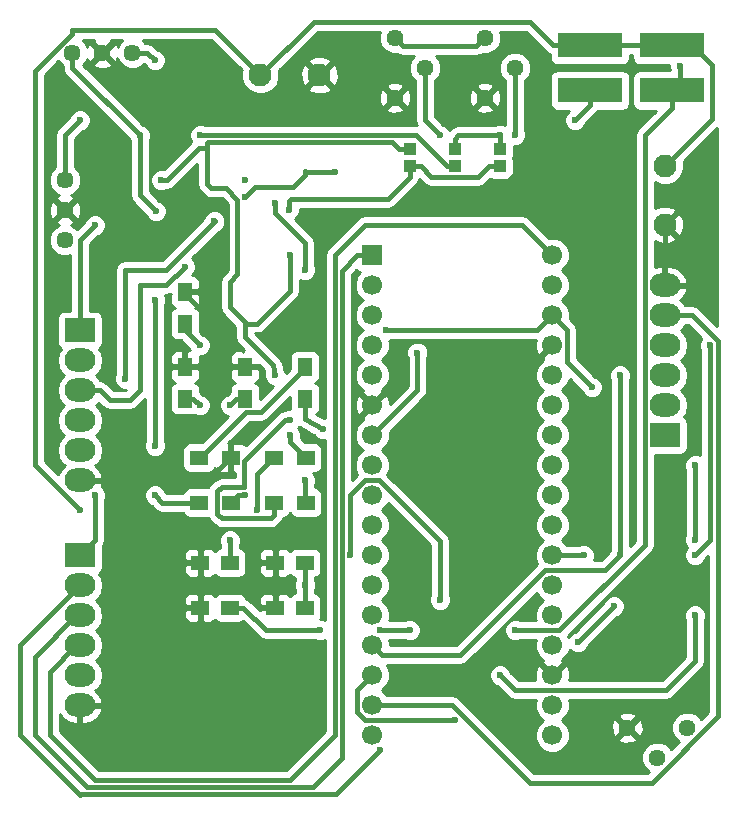
<source format=gtl>
G04 #@! TF.FileFunction,Copper,L1,Top,Signal*
%FSLAX46Y46*%
G04 Gerber Fmt 4.6, Leading zero omitted, Abs format (unit mm)*
G04 Created by KiCad (PCBNEW 4.0.7+dfsg1-1ubuntu2) date Fri Sep 14 11:38:32 2018*
%MOMM*%
%LPD*%
G01*
G04 APERTURE LIST*
%ADD10C,0.100000*%
%ADD11C,1.700000*%
%ADD12R,1.700000X1.700000*%
%ADD13R,2.600000X2.000000*%
%ADD14O,2.600000X2.000000*%
%ADD15R,1.500000X1.250000*%
%ADD16R,1.500000X1.300000*%
%ADD17C,1.950000*%
%ADD18R,5.500000X2.150000*%
%ADD19R,1.300000X1.500000*%
%ADD20C,1.440000*%
%ADD21R,1.016000X1.016000*%
%ADD22C,1.450000*%
%ADD23C,0.600000*%
%ADD24C,0.400000*%
%ADD25C,0.254000*%
G04 APERTURE END LIST*
D10*
D11*
X132715000Y-107950000D03*
X132715000Y-110490000D03*
X132715000Y-113030000D03*
X132715000Y-115570000D03*
X132715000Y-118110000D03*
X132715000Y-120650000D03*
X132715000Y-123190000D03*
X132715000Y-125730000D03*
X132715000Y-128270000D03*
X132715000Y-130810000D03*
X132715000Y-133350000D03*
X132715000Y-135890000D03*
X132715000Y-138430000D03*
X132715000Y-140970000D03*
X132715000Y-143510000D03*
X132715000Y-146050000D03*
X132715000Y-148590000D03*
D12*
X117459000Y-107950000D03*
D11*
X117459000Y-110490000D03*
X117459000Y-113030000D03*
X117459000Y-115570000D03*
X117459000Y-118110000D03*
X117459000Y-120650000D03*
X117459000Y-123190000D03*
X117459000Y-125730000D03*
X117459000Y-128270000D03*
X117459000Y-130810000D03*
X117459000Y-133350000D03*
X117459000Y-135890000D03*
X117459000Y-138430000D03*
X117459000Y-140970000D03*
X117459000Y-143510000D03*
X117459000Y-146050000D03*
X117459000Y-148590000D03*
D13*
X92710000Y-114300000D03*
D14*
X92710000Y-116840000D03*
X92710000Y-119380000D03*
X92710000Y-121920000D03*
X92710000Y-124460000D03*
X92710000Y-127000000D03*
D15*
X111740000Y-133985000D03*
X109240000Y-133985000D03*
X105390000Y-133985000D03*
X102890000Y-133985000D03*
X111740000Y-137795000D03*
X109240000Y-137795000D03*
D16*
X111840000Y-125095000D03*
X109140000Y-125095000D03*
X105490000Y-125095000D03*
X102790000Y-125095000D03*
X111840000Y-128905000D03*
X109140000Y-128905000D03*
D13*
X92710000Y-133350000D03*
D14*
X92710000Y-135890000D03*
X92710000Y-138430000D03*
X92710000Y-140970000D03*
X92710000Y-143510000D03*
X92710000Y-146050000D03*
D17*
X112990000Y-92710000D03*
X107990000Y-92710000D03*
D13*
X142240000Y-123190000D03*
D14*
X142240000Y-120650000D03*
X142240000Y-118110000D03*
X142240000Y-115570000D03*
X142240000Y-113030000D03*
X142240000Y-110490000D03*
D18*
X135890000Y-90150000D03*
X135890000Y-94000000D03*
D19*
X101600000Y-113745000D03*
X101600000Y-111045000D03*
X111760000Y-120095000D03*
X111760000Y-117395000D03*
X106680000Y-120095000D03*
X106680000Y-117395000D03*
D20*
X127000000Y-94615000D03*
X129540000Y-92075000D03*
X127000000Y-89535000D03*
X119380000Y-94615000D03*
X121920000Y-92075000D03*
X119380000Y-89535000D03*
D15*
X105390000Y-137795000D03*
X102890000Y-137795000D03*
D16*
X105490000Y-128905000D03*
X102790000Y-128905000D03*
D17*
X142240000Y-105370000D03*
X142240000Y-100370000D03*
D21*
X120650000Y-100393500D03*
X120650000Y-98996500D03*
X128270000Y-100393500D03*
X128270000Y-98996500D03*
X124460000Y-100393500D03*
X124460000Y-98996500D03*
D18*
X142875000Y-90150000D03*
X142875000Y-94000000D03*
D19*
X101600000Y-120095000D03*
X101600000Y-117395000D03*
D20*
X139065000Y-147955000D03*
X141605000Y-150495000D03*
X144145000Y-147955000D03*
D22*
X91440000Y-104140000D03*
X91440000Y-101600000D03*
X91440000Y-106680000D03*
X94615000Y-90805000D03*
X97155000Y-90805000D03*
X92075000Y-90805000D03*
D23*
X111760000Y-135890000D03*
X107689998Y-129540000D03*
X92710000Y-129540000D03*
X136398000Y-97282000D03*
X139446000Y-103124000D03*
X144780000Y-102870000D03*
X104140000Y-113792000D03*
X99060000Y-124125000D03*
X99060000Y-128270000D03*
X99144975Y-104224975D03*
X99060000Y-111760000D03*
X97790000Y-97790000D03*
X128270000Y-97790000D03*
X118110000Y-149860000D03*
X101600000Y-108924998D03*
X106705568Y-103053125D03*
X114300000Y-100900000D03*
X121285000Y-116205000D03*
X104089990Y-105090000D03*
X96520000Y-118410000D03*
X109220000Y-103505000D03*
X106680000Y-101600000D03*
X111760000Y-109220000D03*
X99568000Y-101600000D03*
X109140000Y-128905000D03*
X110490000Y-121920000D03*
X109220000Y-118110000D03*
X110490000Y-107950000D03*
X118618000Y-114300000D03*
X136067475Y-119126000D03*
X115600010Y-133350000D03*
X123190000Y-137160000D03*
X128270000Y-143510000D03*
X144780000Y-138430000D03*
X144780000Y-132080000D03*
X144780000Y-125730000D03*
X138430000Y-133350000D03*
X138430000Y-118110000D03*
X134874000Y-140716000D03*
X137922000Y-137668000D03*
X124460000Y-147320000D03*
X144780000Y-133350000D03*
X146050000Y-115570000D03*
X113284000Y-122682000D03*
X129540000Y-97790000D03*
X123190000Y-97790000D03*
X105410000Y-132080000D03*
X92710000Y-96520000D03*
X134620000Y-96520000D03*
X129540000Y-139700000D03*
X120650000Y-139700000D03*
X118110000Y-139700000D03*
X113030000Y-139700000D03*
X143510000Y-91925002D03*
X99060000Y-91440000D03*
X110490000Y-123190000D03*
X102870000Y-115570000D03*
X111760000Y-127000000D03*
X105410000Y-120650000D03*
X106680000Y-128270000D03*
X102870000Y-120650000D03*
X93980000Y-128270000D03*
X110409998Y-104140000D03*
X93980000Y-105410000D03*
X102870000Y-97790000D03*
X135382000Y-133350000D03*
D24*
X88900000Y-125752755D02*
X88900000Y-92314998D01*
X88900000Y-92314998D02*
X92018998Y-89196000D01*
X92018998Y-89196000D02*
X92018998Y-88900000D01*
X111760000Y-135890000D02*
X111760000Y-137775000D01*
X111760000Y-137775000D02*
X111740000Y-137795000D01*
X111760000Y-135890000D02*
X111760000Y-134005000D01*
X111760000Y-134005000D02*
X111740000Y-133985000D01*
X107689998Y-129540000D02*
X107689998Y-126445002D01*
X107689998Y-126445002D02*
X109040000Y-125095000D01*
X109040000Y-125095000D02*
X109140000Y-125095000D01*
X104180000Y-88900000D02*
X92018998Y-88900000D01*
X88900000Y-125752755D02*
X92687245Y-129540000D01*
X107990000Y-92710000D02*
X104180000Y-88900000D01*
X108505000Y-125730000D02*
X109140000Y-125095000D01*
X92687245Y-129540000D02*
X92710000Y-129540000D01*
X135890000Y-90150000D02*
X132740000Y-90150000D01*
X112485001Y-88214999D02*
X107990000Y-92710000D01*
X132740000Y-90150000D02*
X130804999Y-88214999D01*
X130804999Y-88214999D02*
X112485001Y-88214999D01*
X142875000Y-90150000D02*
X135890000Y-90150000D01*
X142240000Y-100370000D02*
X146225001Y-96384999D01*
X146225001Y-96384999D02*
X146225001Y-91825001D01*
X146225001Y-91825001D02*
X144550000Y-90150000D01*
X144550000Y-90150000D02*
X142875000Y-90150000D01*
X105490000Y-125095000D02*
X105390000Y-125095000D01*
X105390000Y-125095000D02*
X103485000Y-127000000D01*
X103485000Y-127000000D02*
X94410000Y-127000000D01*
X94410000Y-127000000D02*
X92710000Y-127000000D01*
X139446000Y-103124000D02*
X139446000Y-100330000D01*
X139446000Y-100330000D02*
X136398000Y-97282000D01*
X104140000Y-113792000D02*
X104140000Y-115905000D01*
X104140000Y-115905000D02*
X105630000Y-117395000D01*
X105630000Y-117395000D02*
X106680000Y-117395000D01*
X142240000Y-105370000D02*
X142280000Y-105370000D01*
X142280000Y-105370000D02*
X144780000Y-102870000D01*
X142240000Y-110490000D02*
X142240000Y-105370000D01*
X101600000Y-110945000D02*
X101600000Y-111045000D01*
X101600000Y-111045000D02*
X101600000Y-111252000D01*
X101600000Y-111252000D02*
X104140000Y-113792000D01*
X105490000Y-125095000D02*
X105410000Y-125095000D01*
X109240000Y-137795000D02*
X109240000Y-133985000D01*
X102790000Y-125095000D02*
X102890000Y-125095000D01*
X102890000Y-125095000D02*
X106739999Y-121245001D01*
X106739999Y-121245001D02*
X108009999Y-121245001D01*
X108009999Y-121245001D02*
X111760000Y-117495000D01*
X111760000Y-117495000D02*
X111760000Y-117395000D01*
X102790000Y-128905000D02*
X99695000Y-128905000D01*
X99695000Y-128905000D02*
X99060000Y-128270000D01*
X128270000Y-97790000D02*
X124758500Y-97790000D01*
X124758500Y-97790000D02*
X124460000Y-98088500D01*
X124460000Y-98088500D02*
X124460000Y-98996500D01*
X97790000Y-102870000D02*
X97790000Y-97790000D01*
X99144975Y-104224975D02*
X97790000Y-102870000D01*
X99060000Y-124125000D02*
X99060000Y-111760000D01*
X128270000Y-97790000D02*
X128270000Y-98996500D01*
X92075000Y-92075000D02*
X97790000Y-97790000D01*
X92075000Y-90805000D02*
X92075000Y-92075000D01*
X114369982Y-153600018D02*
X92779982Y-153600018D01*
X87630000Y-148590000D02*
X92710000Y-153670000D01*
X92710000Y-153670000D02*
X92779982Y-153600018D01*
X92710000Y-135890000D02*
X87630000Y-140970000D01*
X87630000Y-140970000D02*
X87630000Y-148590000D01*
X118110000Y-149860000D02*
X114369982Y-153600018D01*
X100034998Y-110490000D02*
X101600000Y-108924998D01*
X106705568Y-103053125D02*
X107541447Y-102200009D01*
X92710000Y-119380000D02*
X94410000Y-119380000D01*
X94410000Y-119380000D02*
X95250000Y-120220000D01*
X95250000Y-120220000D02*
X96950000Y-120220000D01*
X96950000Y-120220000D02*
X97790000Y-119380000D01*
X97790000Y-119380000D02*
X97790000Y-110490000D01*
X97790000Y-110490000D02*
X100034998Y-110490000D01*
X93010000Y-119380000D02*
X92710000Y-119380000D01*
X114300000Y-100900000D02*
X111870000Y-100900000D01*
X111870000Y-100900000D02*
X111760000Y-100790000D01*
X117459000Y-123190000D02*
X121285000Y-119364000D01*
X121285000Y-119364000D02*
X121285000Y-116205000D01*
X107541447Y-102200009D02*
X110738533Y-102200009D01*
X110738533Y-102200009D02*
X111760000Y-101178542D01*
X111760000Y-101178542D02*
X111760000Y-100790000D01*
X104089990Y-105090000D02*
X104140000Y-105090000D01*
X96520000Y-109220000D02*
X96520000Y-118410000D01*
X100010000Y-109220000D02*
X96520000Y-109220000D01*
X104140000Y-105090000D02*
X100010000Y-109220000D01*
X111760000Y-109220000D02*
X111760000Y-106910002D01*
X111760000Y-106910002D02*
X109220000Y-104370002D01*
X109220000Y-104370002D02*
X109220000Y-103505000D01*
X103490000Y-100790000D02*
X103490000Y-98890000D01*
X106040001Y-105010001D02*
X106040009Y-105010009D01*
X106040009Y-105010009D02*
X106040009Y-109564989D01*
X106040009Y-109564989D02*
X105410000Y-110194998D01*
X105410000Y-110194998D02*
X105410000Y-112375000D01*
X106680000Y-113745000D02*
X106680000Y-113645000D01*
X106680000Y-113645000D02*
X105410000Y-112375000D01*
X103803999Y-102300001D02*
X103439999Y-101936001D01*
X106040001Y-105010001D02*
X106040001Y-103269999D01*
X106040001Y-103269999D02*
X105070003Y-102300001D01*
X105070003Y-102300001D02*
X103803999Y-102300001D01*
X103439999Y-101936001D02*
X103439999Y-100840001D01*
X103439999Y-100840001D02*
X103490000Y-100790000D01*
X103539990Y-98390010D02*
X119135509Y-98390010D01*
X103490000Y-98890000D02*
X103490000Y-98440000D01*
X103490000Y-98440000D02*
X103539990Y-98390010D01*
X119135509Y-98390010D02*
X119742000Y-98996500D01*
X119742000Y-98996500D02*
X120650000Y-98996500D01*
X99568000Y-101600000D02*
X100096002Y-101600000D01*
X100096002Y-101600000D02*
X102806002Y-98890000D01*
X102806002Y-98890000D02*
X103490000Y-98890000D01*
X132715000Y-113030000D02*
X133965001Y-114280001D01*
X133965001Y-114280001D02*
X133965001Y-117023526D01*
X133965001Y-117023526D02*
X136067475Y-119126000D01*
X110490000Y-121920000D02*
X110065736Y-121920000D01*
X106640001Y-127569999D02*
X104704999Y-127569999D01*
X110065736Y-121920000D02*
X106640001Y-125345735D01*
X106640001Y-125345735D02*
X106640001Y-127569999D01*
X104704999Y-127569999D02*
X104339999Y-127934999D01*
X104339999Y-127934999D02*
X104339999Y-129875001D01*
X104339999Y-129875001D02*
X104704999Y-130240001D01*
X104704999Y-130240001D02*
X108854999Y-130240001D01*
X109140000Y-129955000D02*
X109140000Y-128905000D01*
X108854999Y-130240001D02*
X109140000Y-129955000D01*
X106680000Y-113745000D02*
X106680000Y-114895000D01*
X106680000Y-114895000D02*
X109052525Y-117267525D01*
X109052525Y-117267525D02*
X109220000Y-118110000D01*
X110490000Y-107950000D02*
X110490000Y-110985000D01*
X110490000Y-110985000D02*
X107730000Y-113745000D01*
X107730000Y-113745000D02*
X106680000Y-113745000D01*
X132715000Y-113030000D02*
X131445000Y-114300000D01*
X131445000Y-114300000D02*
X118618000Y-114300000D01*
X123190000Y-137160000D02*
X123190000Y-132150998D01*
X116858999Y-127019999D02*
X115600010Y-128278988D01*
X123190000Y-132150998D02*
X118059001Y-127019999D01*
X118059001Y-127019999D02*
X116858999Y-127019999D01*
X115600010Y-128278988D02*
X115600010Y-133350000D01*
X144780000Y-138430000D02*
X144780000Y-142298544D01*
X144780000Y-142298544D02*
X142318543Y-144760001D01*
X142318543Y-144760001D02*
X129520001Y-144760001D01*
X129520001Y-144760001D02*
X128270000Y-143510000D01*
X144780000Y-125730000D02*
X144780000Y-132080000D01*
X138430000Y-133350000D02*
X137179999Y-134600001D01*
X137179999Y-134600001D02*
X132114999Y-134600001D01*
X132114999Y-134600001D02*
X124895001Y-141819999D01*
X124895001Y-141819999D02*
X118308999Y-141819999D01*
X118308999Y-141819999D02*
X117459000Y-140970000D01*
X138430000Y-118110000D02*
X138430000Y-133350000D01*
X137922000Y-137668000D02*
X134874000Y-140716000D01*
X124460000Y-147320000D02*
X116878998Y-147320000D01*
X116878998Y-147320000D02*
X116208999Y-146650001D01*
X116208999Y-146650001D02*
X116208999Y-144760001D01*
X116208999Y-144760001D02*
X117459000Y-143510000D01*
X146050000Y-115570000D02*
X146050000Y-132080000D01*
X146050000Y-132080000D02*
X144780000Y-133350000D01*
X117459000Y-146050000D02*
X124226002Y-146050000D01*
X124226002Y-146050000D02*
X130830002Y-152654000D01*
X130830002Y-152654000D02*
X141103602Y-152654000D01*
X141103602Y-152654000D02*
X146750001Y-147007601D01*
X146750001Y-147007601D02*
X146750001Y-115233999D01*
X146750001Y-115233999D02*
X144546002Y-113030000D01*
X144546002Y-113030000D02*
X142240000Y-113030000D01*
X142240000Y-113030000D02*
X142540000Y-113030000D01*
X111760000Y-120095000D02*
X111760000Y-121789999D01*
X111760000Y-121789999D02*
X113284000Y-122682000D01*
X129540000Y-92075000D02*
X129540000Y-97790000D01*
X119380000Y-89535000D02*
X120099999Y-90254999D01*
X120099999Y-90254999D02*
X126280001Y-90254999D01*
X126280001Y-90254999D02*
X127000000Y-89535000D01*
X121920000Y-92075000D02*
X121920000Y-96520000D01*
X121920000Y-96520000D02*
X123190000Y-97790000D01*
X105410000Y-132080000D02*
X105410000Y-133965000D01*
X105410000Y-133965000D02*
X105390000Y-133985000D01*
X92710000Y-96520000D02*
X91440000Y-97790000D01*
X91440000Y-97790000D02*
X91440000Y-101600000D01*
X135890000Y-94000000D02*
X135890000Y-95250000D01*
X135890000Y-95250000D02*
X134620000Y-96520000D01*
X129540000Y-139700000D02*
X133295002Y-139700000D01*
X133295002Y-139700000D02*
X140539990Y-132455012D01*
X140539990Y-97810010D02*
X142875000Y-95475000D01*
X140539990Y-132455012D02*
X140539990Y-97810010D01*
X142875000Y-95475000D02*
X142875000Y-94000000D01*
X118110000Y-139700000D02*
X120650000Y-139700000D01*
X105390000Y-137795000D02*
X106540000Y-137795000D01*
X106540000Y-137795000D02*
X108445000Y-139700000D01*
X108445000Y-139700000D02*
X113030000Y-139700000D01*
X143510000Y-91925002D02*
X143510000Y-93365000D01*
X143510000Y-93365000D02*
X142875000Y-94000000D01*
X97155000Y-90805000D02*
X98425000Y-90805000D01*
X98425000Y-90805000D02*
X99060000Y-91440000D01*
X110490000Y-123190000D02*
X110490000Y-123745000D01*
X110490000Y-123745000D02*
X111840000Y-125095000D01*
X101600000Y-113745000D02*
X101600000Y-114300000D01*
X101600000Y-114300000D02*
X102870000Y-115570000D01*
X111760000Y-127000000D02*
X111760000Y-128825000D01*
X111760000Y-128825000D02*
X111840000Y-128905000D01*
X106680000Y-120095000D02*
X105965000Y-120095000D01*
X105965000Y-120095000D02*
X105410000Y-120650000D01*
X106680000Y-128270000D02*
X106125000Y-128270000D01*
X106125000Y-128270000D02*
X105490000Y-128905000D01*
X101600000Y-120095000D02*
X102315000Y-120095000D01*
X102315000Y-120095000D02*
X102870000Y-120650000D01*
X110409998Y-104140000D02*
X110409998Y-103370000D01*
X110409998Y-103370000D02*
X110589999Y-103189999D01*
X120650000Y-101301500D02*
X120650000Y-100393500D01*
X110589999Y-103189999D02*
X118761501Y-103189999D01*
X118761501Y-103189999D02*
X120650000Y-101301500D01*
X93980000Y-128270000D02*
X93980000Y-132080000D01*
X93980000Y-132080000D02*
X92710000Y-133350000D01*
X120650000Y-100393500D02*
X121558000Y-100393500D01*
X121558000Y-100393500D02*
X122466001Y-101301501D01*
X122466001Y-101301501D02*
X126453999Y-101301501D01*
X126453999Y-101301501D02*
X127362000Y-100393500D01*
X127362000Y-100393500D02*
X128270000Y-100393500D01*
X121179502Y-97790000D02*
X102870000Y-97790000D01*
X92710000Y-106680000D02*
X92710000Y-114300000D01*
X93980000Y-105410000D02*
X92710000Y-106680000D01*
X124460000Y-100393500D02*
X123783002Y-100393500D01*
X123783002Y-100393500D02*
X121179502Y-97790000D01*
X132715000Y-133350000D02*
X135382000Y-133350000D01*
X92710000Y-138430000D02*
X92410000Y-138430000D01*
X92410000Y-138430000D02*
X88900000Y-141940000D01*
X88900000Y-141940000D02*
X88900000Y-148590000D01*
X116209000Y-107950000D02*
X117459000Y-107950000D01*
X88900000Y-148590000D02*
X93310008Y-153000008D01*
X112429992Y-153000008D02*
X114900009Y-150529991D01*
X93310008Y-153000008D02*
X112429992Y-153000008D01*
X114900009Y-150529991D02*
X114900009Y-109258991D01*
X114900009Y-109258991D02*
X116209000Y-107950000D01*
X92710000Y-140970000D02*
X92410000Y-140970000D01*
X93980000Y-152400000D02*
X110490000Y-152400000D01*
X130175000Y-105410000D02*
X132715000Y-107950000D01*
X92410000Y-140970000D02*
X90170000Y-143210000D01*
X90170000Y-143210000D02*
X90170000Y-148590000D01*
X90170000Y-148590000D02*
X93980000Y-152400000D01*
X110490000Y-152400000D02*
X114299999Y-148590001D01*
X116840000Y-105410000D02*
X130175000Y-105410000D01*
X114299999Y-148590001D02*
X114299999Y-107950001D01*
X114299999Y-107950001D02*
X116840000Y-105410000D01*
D25*
G36*
X145316359Y-114981225D02*
X145257808Y-115039673D01*
X145115162Y-115383201D01*
X145114838Y-115755167D01*
X145215000Y-115997578D01*
X145215000Y-124898225D01*
X144966799Y-124795162D01*
X144594833Y-124794838D01*
X144251057Y-124936883D01*
X143987808Y-125199673D01*
X143845162Y-125543201D01*
X143844838Y-125915167D01*
X143945000Y-126157578D01*
X143945000Y-131652766D01*
X143845162Y-131893201D01*
X143844838Y-132265167D01*
X143986883Y-132608943D01*
X144092710Y-132714954D01*
X143987808Y-132819673D01*
X143845162Y-133163201D01*
X143844838Y-133535167D01*
X143986883Y-133878943D01*
X144249673Y-134142192D01*
X144593201Y-134284838D01*
X144965167Y-134285162D01*
X145308943Y-134143117D01*
X145572192Y-133880327D01*
X145672778Y-133638090D01*
X145915001Y-133395867D01*
X145915001Y-146661733D01*
X145321836Y-147254898D01*
X145294383Y-147188457D01*
X144913548Y-146806957D01*
X144415709Y-146600236D01*
X143876656Y-146599765D01*
X143378457Y-146805617D01*
X142996957Y-147186452D01*
X142790236Y-147684291D01*
X142789765Y-148223344D01*
X142995617Y-148721543D01*
X143376452Y-149103043D01*
X143445161Y-149131573D01*
X142781836Y-149794898D01*
X142754383Y-149728457D01*
X142373548Y-149346957D01*
X141875709Y-149140236D01*
X141336656Y-149139765D01*
X140838457Y-149345617D01*
X140456957Y-149726452D01*
X140250236Y-150224291D01*
X140249765Y-150763344D01*
X140455617Y-151261543D01*
X140836452Y-151643043D01*
X140905161Y-151671573D01*
X140757734Y-151819000D01*
X131175870Y-151819000D01*
X124816436Y-145459566D01*
X124545543Y-145278561D01*
X124226002Y-145215000D01*
X118720757Y-145215000D01*
X118718656Y-145209914D01*
X118301283Y-144791812D01*
X118273443Y-144780252D01*
X118299086Y-144769656D01*
X118717188Y-144352283D01*
X118943742Y-143806681D01*
X118943839Y-143695167D01*
X127334838Y-143695167D01*
X127476883Y-144038943D01*
X127739673Y-144302192D01*
X127981910Y-144402778D01*
X128929567Y-145350435D01*
X129200460Y-145531440D01*
X129520001Y-145595001D01*
X131295997Y-145595001D01*
X131230258Y-145753319D01*
X131229743Y-146344089D01*
X131455344Y-146890086D01*
X131872717Y-147308188D01*
X131900557Y-147319748D01*
X131874914Y-147330344D01*
X131456812Y-147747717D01*
X131230258Y-148293319D01*
X131229743Y-148884089D01*
X131455344Y-149430086D01*
X131872717Y-149848188D01*
X132418319Y-150074742D01*
X133009089Y-150075257D01*
X133555086Y-149849656D01*
X133973188Y-149432283D01*
X134192229Y-148904774D01*
X138294831Y-148904774D01*
X138359131Y-149142611D01*
X138867342Y-149322333D01*
X139405644Y-149293892D01*
X139770869Y-149142611D01*
X139835169Y-148904774D01*
X139065000Y-148134605D01*
X138294831Y-148904774D01*
X134192229Y-148904774D01*
X134199742Y-148886681D01*
X134200257Y-148295911D01*
X133977726Y-147757342D01*
X137697667Y-147757342D01*
X137726108Y-148295644D01*
X137877389Y-148660869D01*
X138115226Y-148725169D01*
X138885395Y-147955000D01*
X139244605Y-147955000D01*
X140014774Y-148725169D01*
X140252611Y-148660869D01*
X140432333Y-148152658D01*
X140403892Y-147614356D01*
X140252611Y-147249131D01*
X140014774Y-147184831D01*
X139244605Y-147955000D01*
X138885395Y-147955000D01*
X138115226Y-147184831D01*
X137877389Y-147249131D01*
X137697667Y-147757342D01*
X133977726Y-147757342D01*
X133974656Y-147749914D01*
X133557283Y-147331812D01*
X133529443Y-147320252D01*
X133555086Y-147309656D01*
X133860047Y-147005226D01*
X138294831Y-147005226D01*
X139065000Y-147775395D01*
X139835169Y-147005226D01*
X139770869Y-146767389D01*
X139262658Y-146587667D01*
X138724356Y-146616108D01*
X138359131Y-146767389D01*
X138294831Y-147005226D01*
X133860047Y-147005226D01*
X133973188Y-146892283D01*
X134199742Y-146346681D01*
X134200257Y-145755911D01*
X134133770Y-145595001D01*
X142318543Y-145595001D01*
X142638084Y-145531440D01*
X142908977Y-145350435D01*
X145370434Y-142888978D01*
X145373551Y-142884313D01*
X145551439Y-142618085D01*
X145615000Y-142298544D01*
X145615000Y-138857234D01*
X145714838Y-138616799D01*
X145715162Y-138244833D01*
X145573117Y-137901057D01*
X145310327Y-137637808D01*
X144966799Y-137495162D01*
X144594833Y-137494838D01*
X144251057Y-137636883D01*
X143987808Y-137899673D01*
X143845162Y-138243201D01*
X143844838Y-138615167D01*
X143945000Y-138857578D01*
X143945000Y-141952676D01*
X141972675Y-143925001D01*
X134144144Y-143925001D01*
X134211718Y-143738721D01*
X134185315Y-143148542D01*
X134010259Y-142725920D01*
X133758958Y-142645647D01*
X132894605Y-143510000D01*
X132908748Y-143524143D01*
X132729143Y-143703748D01*
X132715000Y-143689605D01*
X132700858Y-143703748D01*
X132521253Y-143524143D01*
X132535395Y-143510000D01*
X131671042Y-142645647D01*
X131419741Y-142725920D01*
X131218282Y-143281279D01*
X131244685Y-143871458D01*
X131266863Y-143925001D01*
X129865869Y-143925001D01*
X129162535Y-143221667D01*
X129063117Y-142981057D01*
X128800327Y-142717808D01*
X128456799Y-142575162D01*
X128084833Y-142574838D01*
X127741057Y-142716883D01*
X127477808Y-142979673D01*
X127335162Y-143323201D01*
X127334838Y-143695167D01*
X118943839Y-143695167D01*
X118944257Y-143215911D01*
X118718656Y-142669914D01*
X118703767Y-142654999D01*
X124895001Y-142654999D01*
X125214542Y-142591438D01*
X125485435Y-142410433D01*
X131370681Y-136525187D01*
X131455344Y-136730086D01*
X131872717Y-137148188D01*
X131900557Y-137159748D01*
X131874914Y-137170344D01*
X131456812Y-137587717D01*
X131230258Y-138133319D01*
X131229743Y-138724089D01*
X131287966Y-138865000D01*
X129967234Y-138865000D01*
X129726799Y-138765162D01*
X129354833Y-138764838D01*
X129011057Y-138906883D01*
X128747808Y-139169673D01*
X128605162Y-139513201D01*
X128604838Y-139885167D01*
X128746883Y-140228943D01*
X129009673Y-140492192D01*
X129353201Y-140634838D01*
X129725167Y-140635162D01*
X129967578Y-140535000D01*
X131287693Y-140535000D01*
X131230258Y-140673319D01*
X131229743Y-141264089D01*
X131455344Y-141810086D01*
X131872717Y-142228188D01*
X131920312Y-142247951D01*
X131850647Y-142466042D01*
X132715000Y-143330395D01*
X133579353Y-142466042D01*
X133509819Y-142248360D01*
X133555086Y-142229656D01*
X133973188Y-141812283D01*
X134171200Y-141335418D01*
X134343673Y-141508192D01*
X134687201Y-141650838D01*
X135059167Y-141651162D01*
X135402943Y-141509117D01*
X135666192Y-141246327D01*
X135766778Y-141004090D01*
X138210333Y-138560535D01*
X138450943Y-138461117D01*
X138714192Y-138198327D01*
X138856838Y-137854799D01*
X138857162Y-137482833D01*
X138715117Y-137139057D01*
X138452327Y-136875808D01*
X138108799Y-136733162D01*
X137736833Y-136732838D01*
X137393057Y-136874883D01*
X137129808Y-137137673D01*
X137029222Y-137379910D01*
X134585667Y-139823465D01*
X134345057Y-139922883D01*
X134081808Y-140185673D01*
X134039648Y-140287206D01*
X133995503Y-140180367D01*
X141130424Y-133045446D01*
X141221889Y-132908559D01*
X141311429Y-132774553D01*
X141374990Y-132455012D01*
X141374990Y-124837440D01*
X143540000Y-124837440D01*
X143775317Y-124793162D01*
X143991441Y-124654090D01*
X144136431Y-124441890D01*
X144187440Y-124190000D01*
X144187440Y-122190000D01*
X144143162Y-121954683D01*
X144004090Y-121738559D01*
X143849671Y-121633049D01*
X144088452Y-121275687D01*
X144212909Y-120650000D01*
X144088452Y-120024313D01*
X143734029Y-119493880D01*
X143563595Y-119380000D01*
X143734029Y-119266120D01*
X144088452Y-118735687D01*
X144212909Y-118110000D01*
X144088452Y-117484313D01*
X143734029Y-116953880D01*
X143563595Y-116840000D01*
X143734029Y-116726120D01*
X144088452Y-116195687D01*
X144212909Y-115570000D01*
X144088452Y-114944313D01*
X143734029Y-114413880D01*
X143563595Y-114300000D01*
X143734029Y-114186120D01*
X143948594Y-113865000D01*
X144200134Y-113865000D01*
X145316359Y-114981225D01*
X145316359Y-114981225D01*
G37*
X145316359Y-114981225D02*
X145257808Y-115039673D01*
X145115162Y-115383201D01*
X145114838Y-115755167D01*
X145215000Y-115997578D01*
X145215000Y-124898225D01*
X144966799Y-124795162D01*
X144594833Y-124794838D01*
X144251057Y-124936883D01*
X143987808Y-125199673D01*
X143845162Y-125543201D01*
X143844838Y-125915167D01*
X143945000Y-126157578D01*
X143945000Y-131652766D01*
X143845162Y-131893201D01*
X143844838Y-132265167D01*
X143986883Y-132608943D01*
X144092710Y-132714954D01*
X143987808Y-132819673D01*
X143845162Y-133163201D01*
X143844838Y-133535167D01*
X143986883Y-133878943D01*
X144249673Y-134142192D01*
X144593201Y-134284838D01*
X144965167Y-134285162D01*
X145308943Y-134143117D01*
X145572192Y-133880327D01*
X145672778Y-133638090D01*
X145915001Y-133395867D01*
X145915001Y-146661733D01*
X145321836Y-147254898D01*
X145294383Y-147188457D01*
X144913548Y-146806957D01*
X144415709Y-146600236D01*
X143876656Y-146599765D01*
X143378457Y-146805617D01*
X142996957Y-147186452D01*
X142790236Y-147684291D01*
X142789765Y-148223344D01*
X142995617Y-148721543D01*
X143376452Y-149103043D01*
X143445161Y-149131573D01*
X142781836Y-149794898D01*
X142754383Y-149728457D01*
X142373548Y-149346957D01*
X141875709Y-149140236D01*
X141336656Y-149139765D01*
X140838457Y-149345617D01*
X140456957Y-149726452D01*
X140250236Y-150224291D01*
X140249765Y-150763344D01*
X140455617Y-151261543D01*
X140836452Y-151643043D01*
X140905161Y-151671573D01*
X140757734Y-151819000D01*
X131175870Y-151819000D01*
X124816436Y-145459566D01*
X124545543Y-145278561D01*
X124226002Y-145215000D01*
X118720757Y-145215000D01*
X118718656Y-145209914D01*
X118301283Y-144791812D01*
X118273443Y-144780252D01*
X118299086Y-144769656D01*
X118717188Y-144352283D01*
X118943742Y-143806681D01*
X118943839Y-143695167D01*
X127334838Y-143695167D01*
X127476883Y-144038943D01*
X127739673Y-144302192D01*
X127981910Y-144402778D01*
X128929567Y-145350435D01*
X129200460Y-145531440D01*
X129520001Y-145595001D01*
X131295997Y-145595001D01*
X131230258Y-145753319D01*
X131229743Y-146344089D01*
X131455344Y-146890086D01*
X131872717Y-147308188D01*
X131900557Y-147319748D01*
X131874914Y-147330344D01*
X131456812Y-147747717D01*
X131230258Y-148293319D01*
X131229743Y-148884089D01*
X131455344Y-149430086D01*
X131872717Y-149848188D01*
X132418319Y-150074742D01*
X133009089Y-150075257D01*
X133555086Y-149849656D01*
X133973188Y-149432283D01*
X134192229Y-148904774D01*
X138294831Y-148904774D01*
X138359131Y-149142611D01*
X138867342Y-149322333D01*
X139405644Y-149293892D01*
X139770869Y-149142611D01*
X139835169Y-148904774D01*
X139065000Y-148134605D01*
X138294831Y-148904774D01*
X134192229Y-148904774D01*
X134199742Y-148886681D01*
X134200257Y-148295911D01*
X133977726Y-147757342D01*
X137697667Y-147757342D01*
X137726108Y-148295644D01*
X137877389Y-148660869D01*
X138115226Y-148725169D01*
X138885395Y-147955000D01*
X139244605Y-147955000D01*
X140014774Y-148725169D01*
X140252611Y-148660869D01*
X140432333Y-148152658D01*
X140403892Y-147614356D01*
X140252611Y-147249131D01*
X140014774Y-147184831D01*
X139244605Y-147955000D01*
X138885395Y-147955000D01*
X138115226Y-147184831D01*
X137877389Y-147249131D01*
X137697667Y-147757342D01*
X133977726Y-147757342D01*
X133974656Y-147749914D01*
X133557283Y-147331812D01*
X133529443Y-147320252D01*
X133555086Y-147309656D01*
X133860047Y-147005226D01*
X138294831Y-147005226D01*
X139065000Y-147775395D01*
X139835169Y-147005226D01*
X139770869Y-146767389D01*
X139262658Y-146587667D01*
X138724356Y-146616108D01*
X138359131Y-146767389D01*
X138294831Y-147005226D01*
X133860047Y-147005226D01*
X133973188Y-146892283D01*
X134199742Y-146346681D01*
X134200257Y-145755911D01*
X134133770Y-145595001D01*
X142318543Y-145595001D01*
X142638084Y-145531440D01*
X142908977Y-145350435D01*
X145370434Y-142888978D01*
X145373551Y-142884313D01*
X145551439Y-142618085D01*
X145615000Y-142298544D01*
X145615000Y-138857234D01*
X145714838Y-138616799D01*
X145715162Y-138244833D01*
X145573117Y-137901057D01*
X145310327Y-137637808D01*
X144966799Y-137495162D01*
X144594833Y-137494838D01*
X144251057Y-137636883D01*
X143987808Y-137899673D01*
X143845162Y-138243201D01*
X143844838Y-138615167D01*
X143945000Y-138857578D01*
X143945000Y-141952676D01*
X141972675Y-143925001D01*
X134144144Y-143925001D01*
X134211718Y-143738721D01*
X134185315Y-143148542D01*
X134010259Y-142725920D01*
X133758958Y-142645647D01*
X132894605Y-143510000D01*
X132908748Y-143524143D01*
X132729143Y-143703748D01*
X132715000Y-143689605D01*
X132700858Y-143703748D01*
X132521253Y-143524143D01*
X132535395Y-143510000D01*
X131671042Y-142645647D01*
X131419741Y-142725920D01*
X131218282Y-143281279D01*
X131244685Y-143871458D01*
X131266863Y-143925001D01*
X129865869Y-143925001D01*
X129162535Y-143221667D01*
X129063117Y-142981057D01*
X128800327Y-142717808D01*
X128456799Y-142575162D01*
X128084833Y-142574838D01*
X127741057Y-142716883D01*
X127477808Y-142979673D01*
X127335162Y-143323201D01*
X127334838Y-143695167D01*
X118943839Y-143695167D01*
X118944257Y-143215911D01*
X118718656Y-142669914D01*
X118703767Y-142654999D01*
X124895001Y-142654999D01*
X125214542Y-142591438D01*
X125485435Y-142410433D01*
X131370681Y-136525187D01*
X131455344Y-136730086D01*
X131872717Y-137148188D01*
X131900557Y-137159748D01*
X131874914Y-137170344D01*
X131456812Y-137587717D01*
X131230258Y-138133319D01*
X131229743Y-138724089D01*
X131287966Y-138865000D01*
X129967234Y-138865000D01*
X129726799Y-138765162D01*
X129354833Y-138764838D01*
X129011057Y-138906883D01*
X128747808Y-139169673D01*
X128605162Y-139513201D01*
X128604838Y-139885167D01*
X128746883Y-140228943D01*
X129009673Y-140492192D01*
X129353201Y-140634838D01*
X129725167Y-140635162D01*
X129967578Y-140535000D01*
X131287693Y-140535000D01*
X131230258Y-140673319D01*
X131229743Y-141264089D01*
X131455344Y-141810086D01*
X131872717Y-142228188D01*
X131920312Y-142247951D01*
X131850647Y-142466042D01*
X132715000Y-143330395D01*
X133579353Y-142466042D01*
X133509819Y-142248360D01*
X133555086Y-142229656D01*
X133973188Y-141812283D01*
X134171200Y-141335418D01*
X134343673Y-141508192D01*
X134687201Y-141650838D01*
X135059167Y-141651162D01*
X135402943Y-141509117D01*
X135666192Y-141246327D01*
X135766778Y-141004090D01*
X138210333Y-138560535D01*
X138450943Y-138461117D01*
X138714192Y-138198327D01*
X138856838Y-137854799D01*
X138857162Y-137482833D01*
X138715117Y-137139057D01*
X138452327Y-136875808D01*
X138108799Y-136733162D01*
X137736833Y-136732838D01*
X137393057Y-136874883D01*
X137129808Y-137137673D01*
X137029222Y-137379910D01*
X134585667Y-139823465D01*
X134345057Y-139922883D01*
X134081808Y-140185673D01*
X134039648Y-140287206D01*
X133995503Y-140180367D01*
X141130424Y-133045446D01*
X141221889Y-132908559D01*
X141311429Y-132774553D01*
X141374990Y-132455012D01*
X141374990Y-124837440D01*
X143540000Y-124837440D01*
X143775317Y-124793162D01*
X143991441Y-124654090D01*
X144136431Y-124441890D01*
X144187440Y-124190000D01*
X144187440Y-122190000D01*
X144143162Y-121954683D01*
X144004090Y-121738559D01*
X143849671Y-121633049D01*
X144088452Y-121275687D01*
X144212909Y-120650000D01*
X144088452Y-120024313D01*
X143734029Y-119493880D01*
X143563595Y-119380000D01*
X143734029Y-119266120D01*
X144088452Y-118735687D01*
X144212909Y-118110000D01*
X144088452Y-117484313D01*
X143734029Y-116953880D01*
X143563595Y-116840000D01*
X143734029Y-116726120D01*
X144088452Y-116195687D01*
X144212909Y-115570000D01*
X144088452Y-114944313D01*
X143734029Y-114413880D01*
X143563595Y-114300000D01*
X143734029Y-114186120D01*
X143948594Y-113865000D01*
X144200134Y-113865000D01*
X145316359Y-114981225D01*
G36*
X118025236Y-89264291D02*
X118024765Y-89803344D01*
X118230617Y-90301543D01*
X118611452Y-90683043D01*
X119109291Y-90889764D01*
X119576522Y-90890172D01*
X119780458Y-91026438D01*
X120099999Y-91089999D01*
X120988788Y-91089999D01*
X120771957Y-91306452D01*
X120565236Y-91804291D01*
X120564765Y-92343344D01*
X120770617Y-92841543D01*
X121085000Y-93156475D01*
X121085000Y-96520000D01*
X121148561Y-96839541D01*
X121232791Y-96965600D01*
X121179502Y-96955000D01*
X103297234Y-96955000D01*
X103056799Y-96855162D01*
X102684833Y-96854838D01*
X102341057Y-96996883D01*
X102077808Y-97259673D01*
X101935162Y-97603201D01*
X101934838Y-97975167D01*
X102076883Y-98318943D01*
X102136485Y-98378649D01*
X99822048Y-100693086D01*
X99754799Y-100665162D01*
X99382833Y-100664838D01*
X99039057Y-100806883D01*
X98775808Y-101069673D01*
X98633162Y-101413201D01*
X98632838Y-101785167D01*
X98774883Y-102128943D01*
X99037673Y-102392192D01*
X99381201Y-102534838D01*
X99753167Y-102535162D01*
X99995578Y-102435000D01*
X100096002Y-102435000D01*
X100415543Y-102371439D01*
X100686436Y-102190434D01*
X102655000Y-100221870D01*
X102655000Y-100588630D01*
X102604999Y-100840001D01*
X102604999Y-101936001D01*
X102668560Y-102255542D01*
X102788470Y-102435000D01*
X102849565Y-102526435D01*
X103213565Y-102890435D01*
X103484459Y-103071441D01*
X103803999Y-103135001D01*
X104724135Y-103135001D01*
X105205001Y-103615867D01*
X105205001Y-105010001D01*
X105205009Y-105010041D01*
X105205009Y-109219121D01*
X104819566Y-109604564D01*
X104638561Y-109875457D01*
X104575000Y-110194998D01*
X104575000Y-112375000D01*
X104638561Y-112694541D01*
X104782526Y-112910000D01*
X104819566Y-112965434D01*
X105845000Y-113990868D01*
X105845000Y-114895000D01*
X105908561Y-115214541D01*
X106021256Y-115383201D01*
X106089566Y-115485434D01*
X106614132Y-116010000D01*
X106552998Y-116010000D01*
X106552998Y-116168748D01*
X106394250Y-116010000D01*
X105903690Y-116010000D01*
X105670301Y-116106673D01*
X105491673Y-116285302D01*
X105395000Y-116518691D01*
X105395000Y-117109250D01*
X105553750Y-117268000D01*
X106553000Y-117268000D01*
X106553000Y-117248000D01*
X106807000Y-117248000D01*
X106807000Y-117268000D01*
X107806250Y-117268000D01*
X107839191Y-117235059D01*
X108282946Y-117678814D01*
X108316517Y-117847690D01*
X108285162Y-117923201D01*
X108284838Y-118295167D01*
X108426883Y-118638943D01*
X108689673Y-118902192D01*
X109030440Y-119043692D01*
X107977440Y-120096692D01*
X107977440Y-119345000D01*
X107933162Y-119109683D01*
X107794090Y-118893559D01*
X107581890Y-118748569D01*
X107548510Y-118741809D01*
X107689699Y-118683327D01*
X107868327Y-118504698D01*
X107965000Y-118271309D01*
X107965000Y-117680750D01*
X107806250Y-117522000D01*
X106807000Y-117522000D01*
X106807000Y-117542000D01*
X106553000Y-117542000D01*
X106553000Y-117522000D01*
X105553750Y-117522000D01*
X105395000Y-117680750D01*
X105395000Y-118271309D01*
X105491673Y-118504698D01*
X105670301Y-118683327D01*
X105806287Y-118739654D01*
X105794683Y-118741838D01*
X105578559Y-118880910D01*
X105433569Y-119093110D01*
X105382560Y-119345000D01*
X105382560Y-119499225D01*
X105374566Y-119504566D01*
X105121667Y-119757465D01*
X104881057Y-119856883D01*
X104617808Y-120119673D01*
X104475162Y-120463201D01*
X104474838Y-120835167D01*
X104616883Y-121178943D01*
X104879673Y-121442192D01*
X105220440Y-121583692D01*
X103006572Y-123797560D01*
X102040000Y-123797560D01*
X101804683Y-123841838D01*
X101588559Y-123980910D01*
X101443569Y-124193110D01*
X101392560Y-124445000D01*
X101392560Y-125745000D01*
X101436838Y-125980317D01*
X101575910Y-126196441D01*
X101788110Y-126341431D01*
X102040000Y-126392440D01*
X103540000Y-126392440D01*
X103775317Y-126348162D01*
X103991441Y-126209090D01*
X104136431Y-125996890D01*
X104143191Y-125963510D01*
X104201673Y-126104699D01*
X104380302Y-126283327D01*
X104613691Y-126380000D01*
X105204250Y-126380000D01*
X105363000Y-126221250D01*
X105363000Y-125222000D01*
X105343000Y-125222000D01*
X105343000Y-124968000D01*
X105363000Y-124968000D01*
X105363000Y-123968750D01*
X105280059Y-123885809D01*
X107085867Y-122080001D01*
X108009999Y-122080001D01*
X108329540Y-122016440D01*
X108600433Y-121835435D01*
X110462560Y-119973308D01*
X110462560Y-120845000D01*
X110488903Y-120984998D01*
X110304833Y-120984838D01*
X110059345Y-121086271D01*
X109746195Y-121148561D01*
X109475302Y-121329566D01*
X106748947Y-124055921D01*
X106599698Y-123906673D01*
X106366309Y-123810000D01*
X105775750Y-123810000D01*
X105617000Y-123968750D01*
X105617000Y-124968000D01*
X105637000Y-124968000D01*
X105637000Y-125222000D01*
X105617000Y-125222000D01*
X105617000Y-126221250D01*
X105775750Y-126380000D01*
X105805001Y-126380000D01*
X105805001Y-126734999D01*
X104704999Y-126734999D01*
X104385458Y-126798560D01*
X104274051Y-126873000D01*
X104114565Y-126979565D01*
X103749565Y-127344565D01*
X103569804Y-127613596D01*
X103540000Y-127607560D01*
X102040000Y-127607560D01*
X101804683Y-127651838D01*
X101588559Y-127790910D01*
X101443569Y-128003110D01*
X101430023Y-128070000D01*
X100040868Y-128070000D01*
X99952535Y-127981667D01*
X99853117Y-127741057D01*
X99590327Y-127477808D01*
X99246799Y-127335162D01*
X98874833Y-127334838D01*
X98531057Y-127476883D01*
X98267808Y-127739673D01*
X98125162Y-128083201D01*
X98124838Y-128455167D01*
X98266883Y-128798943D01*
X98529673Y-129062192D01*
X98771910Y-129162778D01*
X99104566Y-129495434D01*
X99375460Y-129676440D01*
X99695000Y-129740000D01*
X101427370Y-129740000D01*
X101436838Y-129790317D01*
X101575910Y-130006441D01*
X101788110Y-130151431D01*
X102040000Y-130202440D01*
X103540000Y-130202440D01*
X103570058Y-130196784D01*
X103598935Y-130240001D01*
X103749565Y-130465435D01*
X104114565Y-130830435D01*
X104385458Y-131011440D01*
X104704999Y-131075001D01*
X108854999Y-131075001D01*
X109174540Y-131011440D01*
X109445433Y-130830435D01*
X109730434Y-130545434D01*
X109750161Y-130515911D01*
X109911439Y-130274541D01*
X109927172Y-130195446D01*
X110125317Y-130158162D01*
X110341441Y-130019090D01*
X110486431Y-129806890D01*
X110489081Y-129793803D01*
X110625910Y-130006441D01*
X110838110Y-130151431D01*
X111090000Y-130202440D01*
X112590000Y-130202440D01*
X112825317Y-130158162D01*
X113041441Y-130019090D01*
X113186431Y-129806890D01*
X113237440Y-129555000D01*
X113237440Y-128255000D01*
X113193162Y-128019683D01*
X113054090Y-127803559D01*
X112841890Y-127658569D01*
X112595000Y-127608573D01*
X112595000Y-127427234D01*
X112694838Y-127186799D01*
X112695162Y-126814833D01*
X112553117Y-126471057D01*
X112474637Y-126392440D01*
X112590000Y-126392440D01*
X112825317Y-126348162D01*
X113041441Y-126209090D01*
X113186431Y-125996890D01*
X113237440Y-125745000D01*
X113237440Y-124445000D01*
X113193162Y-124209683D01*
X113054090Y-123993559D01*
X112841890Y-123848569D01*
X112590000Y-123797560D01*
X111723428Y-123797560D01*
X111388992Y-123463124D01*
X111424838Y-123376799D01*
X111425162Y-123004833D01*
X111283117Y-122661057D01*
X111177290Y-122555046D01*
X111276576Y-122455933D01*
X111338209Y-122510636D01*
X112476907Y-123177119D01*
X112490883Y-123210943D01*
X112753673Y-123474192D01*
X113097201Y-123616838D01*
X113464999Y-123617158D01*
X113464999Y-138868224D01*
X113216799Y-138765162D01*
X113022816Y-138764993D01*
X113086431Y-138671890D01*
X113137440Y-138420000D01*
X113137440Y-137170000D01*
X113093162Y-136934683D01*
X112954090Y-136718559D01*
X112741890Y-136573569D01*
X112595000Y-136543823D01*
X112595000Y-136317234D01*
X112694838Y-136076799D01*
X112695162Y-135704833D01*
X112595000Y-135462422D01*
X112595000Y-135237683D01*
X112725317Y-135213162D01*
X112941441Y-135074090D01*
X113086431Y-134861890D01*
X113137440Y-134610000D01*
X113137440Y-133360000D01*
X113093162Y-133124683D01*
X112954090Y-132908559D01*
X112741890Y-132763569D01*
X112490000Y-132712560D01*
X110990000Y-132712560D01*
X110754683Y-132756838D01*
X110538559Y-132895910D01*
X110492031Y-132964006D01*
X110349698Y-132821673D01*
X110116309Y-132725000D01*
X109525750Y-132725000D01*
X109367000Y-132883750D01*
X109367000Y-133858000D01*
X109387000Y-133858000D01*
X109387000Y-134112000D01*
X109367000Y-134112000D01*
X109367000Y-135086250D01*
X109525750Y-135245000D01*
X110116309Y-135245000D01*
X110349698Y-135148327D01*
X110490936Y-135007090D01*
X110525910Y-135061441D01*
X110738110Y-135206431D01*
X110925000Y-135244277D01*
X110925000Y-135462766D01*
X110825162Y-135703201D01*
X110824838Y-136075167D01*
X110925000Y-136317578D01*
X110925000Y-136534791D01*
X110754683Y-136566838D01*
X110538559Y-136705910D01*
X110492031Y-136774006D01*
X110349698Y-136631673D01*
X110116309Y-136535000D01*
X109525750Y-136535000D01*
X109367000Y-136693750D01*
X109367000Y-137668000D01*
X109387000Y-137668000D01*
X109387000Y-137922000D01*
X109367000Y-137922000D01*
X109367000Y-137942000D01*
X109113000Y-137942000D01*
X109113000Y-137922000D01*
X108013750Y-137922000D01*
X107930809Y-138004941D01*
X107130434Y-137204566D01*
X107032393Y-137139057D01*
X106889667Y-137043690D01*
X107855000Y-137043690D01*
X107855000Y-137509250D01*
X108013750Y-137668000D01*
X109113000Y-137668000D01*
X109113000Y-136693750D01*
X108954250Y-136535000D01*
X108363691Y-136535000D01*
X108130302Y-136631673D01*
X107951673Y-136810301D01*
X107855000Y-137043690D01*
X106889667Y-137043690D01*
X106859541Y-137023561D01*
X106756011Y-137002967D01*
X106743162Y-136934683D01*
X106604090Y-136718559D01*
X106391890Y-136573569D01*
X106140000Y-136522560D01*
X104640000Y-136522560D01*
X104404683Y-136566838D01*
X104188559Y-136705910D01*
X104142031Y-136774006D01*
X103999698Y-136631673D01*
X103766309Y-136535000D01*
X103175750Y-136535000D01*
X103017000Y-136693750D01*
X103017000Y-137668000D01*
X103037000Y-137668000D01*
X103037000Y-137922000D01*
X103017000Y-137922000D01*
X103017000Y-138896250D01*
X103175750Y-139055000D01*
X103766309Y-139055000D01*
X103999698Y-138958327D01*
X104140936Y-138817090D01*
X104175910Y-138871441D01*
X104388110Y-139016431D01*
X104640000Y-139067440D01*
X106140000Y-139067440D01*
X106375317Y-139023162D01*
X106504297Y-138940165D01*
X107854566Y-140290434D01*
X108125459Y-140471439D01*
X108445000Y-140535000D01*
X112602766Y-140535000D01*
X112843201Y-140634838D01*
X113215167Y-140635162D01*
X113464999Y-140531934D01*
X113464999Y-148244133D01*
X110144132Y-151565000D01*
X94325868Y-151565000D01*
X91005000Y-148244132D01*
X91005000Y-146832941D01*
X91164078Y-147116317D01*
X91666980Y-147511942D01*
X92283000Y-147685000D01*
X92583000Y-147685000D01*
X92583000Y-146177000D01*
X92837000Y-146177000D01*
X92837000Y-147685000D01*
X93137000Y-147685000D01*
X93753020Y-147511942D01*
X94255922Y-147116317D01*
X94569144Y-146558355D01*
X94600124Y-146430434D01*
X94480777Y-146177000D01*
X92837000Y-146177000D01*
X92583000Y-146177000D01*
X92563000Y-146177000D01*
X92563000Y-145923000D01*
X92583000Y-145923000D01*
X92583000Y-145903000D01*
X92837000Y-145903000D01*
X92837000Y-145923000D01*
X94480777Y-145923000D01*
X94600124Y-145669566D01*
X94569144Y-145541645D01*
X94255922Y-144983683D01*
X94013812Y-144793219D01*
X94204029Y-144666120D01*
X94558452Y-144135687D01*
X94682909Y-143510000D01*
X94558452Y-142884313D01*
X94204029Y-142353880D01*
X94033595Y-142240000D01*
X94204029Y-142126120D01*
X94558452Y-141595687D01*
X94682909Y-140970000D01*
X94558452Y-140344313D01*
X94204029Y-139813880D01*
X94033595Y-139700000D01*
X94204029Y-139586120D01*
X94558452Y-139055687D01*
X94682909Y-138430000D01*
X94613439Y-138080750D01*
X101505000Y-138080750D01*
X101505000Y-138546310D01*
X101601673Y-138779699D01*
X101780302Y-138958327D01*
X102013691Y-139055000D01*
X102604250Y-139055000D01*
X102763000Y-138896250D01*
X102763000Y-137922000D01*
X101663750Y-137922000D01*
X101505000Y-138080750D01*
X94613439Y-138080750D01*
X94558452Y-137804313D01*
X94204029Y-137273880D01*
X94033595Y-137160000D01*
X94204029Y-137046120D01*
X94205652Y-137043690D01*
X101505000Y-137043690D01*
X101505000Y-137509250D01*
X101663750Y-137668000D01*
X102763000Y-137668000D01*
X102763000Y-136693750D01*
X102604250Y-136535000D01*
X102013691Y-136535000D01*
X101780302Y-136631673D01*
X101601673Y-136810301D01*
X101505000Y-137043690D01*
X94205652Y-137043690D01*
X94558452Y-136515687D01*
X94682909Y-135890000D01*
X94558452Y-135264313D01*
X94318907Y-134905808D01*
X94461441Y-134814090D01*
X94606431Y-134601890D01*
X94657440Y-134350000D01*
X94657440Y-134270750D01*
X101505000Y-134270750D01*
X101505000Y-134736310D01*
X101601673Y-134969699D01*
X101780302Y-135148327D01*
X102013691Y-135245000D01*
X102604250Y-135245000D01*
X102763000Y-135086250D01*
X102763000Y-134112000D01*
X101663750Y-134112000D01*
X101505000Y-134270750D01*
X94657440Y-134270750D01*
X94657440Y-133233690D01*
X101505000Y-133233690D01*
X101505000Y-133699250D01*
X101663750Y-133858000D01*
X102763000Y-133858000D01*
X102763000Y-132883750D01*
X103017000Y-132883750D01*
X103017000Y-133858000D01*
X103037000Y-133858000D01*
X103037000Y-134112000D01*
X103017000Y-134112000D01*
X103017000Y-135086250D01*
X103175750Y-135245000D01*
X103766309Y-135245000D01*
X103999698Y-135148327D01*
X104140936Y-135007090D01*
X104175910Y-135061441D01*
X104388110Y-135206431D01*
X104640000Y-135257440D01*
X106140000Y-135257440D01*
X106375317Y-135213162D01*
X106591441Y-135074090D01*
X106736431Y-134861890D01*
X106787440Y-134610000D01*
X106787440Y-134270750D01*
X107855000Y-134270750D01*
X107855000Y-134736310D01*
X107951673Y-134969699D01*
X108130302Y-135148327D01*
X108363691Y-135245000D01*
X108954250Y-135245000D01*
X109113000Y-135086250D01*
X109113000Y-134112000D01*
X108013750Y-134112000D01*
X107855000Y-134270750D01*
X106787440Y-134270750D01*
X106787440Y-133360000D01*
X106763674Y-133233690D01*
X107855000Y-133233690D01*
X107855000Y-133699250D01*
X108013750Y-133858000D01*
X109113000Y-133858000D01*
X109113000Y-132883750D01*
X108954250Y-132725000D01*
X108363691Y-132725000D01*
X108130302Y-132821673D01*
X107951673Y-133000301D01*
X107855000Y-133233690D01*
X106763674Y-133233690D01*
X106743162Y-133124683D01*
X106604090Y-132908559D01*
X106391890Y-132763569D01*
X106245000Y-132733823D01*
X106245000Y-132507234D01*
X106344838Y-132266799D01*
X106345162Y-131894833D01*
X106203117Y-131551057D01*
X105940327Y-131287808D01*
X105596799Y-131145162D01*
X105224833Y-131144838D01*
X104881057Y-131286883D01*
X104617808Y-131549673D01*
X104475162Y-131893201D01*
X104474838Y-132265167D01*
X104575000Y-132507578D01*
X104575000Y-132724791D01*
X104404683Y-132756838D01*
X104188559Y-132895910D01*
X104142031Y-132964006D01*
X103999698Y-132821673D01*
X103766309Y-132725000D01*
X103175750Y-132725000D01*
X103017000Y-132883750D01*
X102763000Y-132883750D01*
X102604250Y-132725000D01*
X102013691Y-132725000D01*
X101780302Y-132821673D01*
X101601673Y-133000301D01*
X101505000Y-133233690D01*
X94657440Y-133233690D01*
X94657440Y-132540220D01*
X94751439Y-132399541D01*
X94815000Y-132080000D01*
X94815000Y-128697234D01*
X94914838Y-128456799D01*
X94915162Y-128084833D01*
X94773117Y-127741057D01*
X94558949Y-127526515D01*
X94569144Y-127508355D01*
X94600124Y-127380434D01*
X94480777Y-127127000D01*
X92837000Y-127127000D01*
X92837000Y-127147000D01*
X92583000Y-127147000D01*
X92583000Y-127127000D01*
X92563000Y-127127000D01*
X92563000Y-126873000D01*
X92583000Y-126873000D01*
X92583000Y-126853000D01*
X92837000Y-126853000D01*
X92837000Y-126873000D01*
X94480777Y-126873000D01*
X94600124Y-126619566D01*
X94569144Y-126491645D01*
X94255922Y-125933683D01*
X94013812Y-125743219D01*
X94204029Y-125616120D01*
X94558452Y-125085687D01*
X94682909Y-124460000D01*
X94558452Y-123834313D01*
X94204029Y-123303880D01*
X94033595Y-123190000D01*
X94204029Y-123076120D01*
X94558452Y-122545687D01*
X94682909Y-121920000D01*
X94558452Y-121294313D01*
X94204029Y-120763880D01*
X94033595Y-120650000D01*
X94204029Y-120536120D01*
X94276617Y-120427485D01*
X94659566Y-120810434D01*
X94930459Y-120991439D01*
X95250000Y-121055000D01*
X96950000Y-121055000D01*
X97269541Y-120991439D01*
X97540434Y-120810434D01*
X98225000Y-120125868D01*
X98225000Y-123697766D01*
X98125162Y-123938201D01*
X98124838Y-124310167D01*
X98266883Y-124653943D01*
X98529673Y-124917192D01*
X98873201Y-125059838D01*
X99245167Y-125060162D01*
X99588943Y-124918117D01*
X99852192Y-124655327D01*
X99994838Y-124311799D01*
X99995162Y-123939833D01*
X99895000Y-123697422D01*
X99895000Y-119345000D01*
X100302560Y-119345000D01*
X100302560Y-120845000D01*
X100346838Y-121080317D01*
X100485910Y-121296441D01*
X100698110Y-121441431D01*
X100950000Y-121492440D01*
X102250000Y-121492440D01*
X102394984Y-121465159D01*
X102683201Y-121584838D01*
X103055167Y-121585162D01*
X103398943Y-121443117D01*
X103662192Y-121180327D01*
X103804838Y-120836799D01*
X103805162Y-120464833D01*
X103663117Y-120121057D01*
X103400327Y-119857808D01*
X103158090Y-119757222D01*
X102905434Y-119504566D01*
X102897440Y-119499225D01*
X102897440Y-119345000D01*
X102853162Y-119109683D01*
X102714090Y-118893559D01*
X102501890Y-118748569D01*
X102468510Y-118741809D01*
X102609699Y-118683327D01*
X102788327Y-118504698D01*
X102885000Y-118271309D01*
X102885000Y-117680750D01*
X102726250Y-117522000D01*
X101727000Y-117522000D01*
X101727000Y-117542000D01*
X101473000Y-117542000D01*
X101473000Y-117522000D01*
X100473750Y-117522000D01*
X100315000Y-117680750D01*
X100315000Y-118271309D01*
X100411673Y-118504698D01*
X100590301Y-118683327D01*
X100726287Y-118739654D01*
X100714683Y-118741838D01*
X100498559Y-118880910D01*
X100353569Y-119093110D01*
X100302560Y-119345000D01*
X99895000Y-119345000D01*
X99895000Y-116518691D01*
X100315000Y-116518691D01*
X100315000Y-117109250D01*
X100473750Y-117268000D01*
X101473000Y-117268000D01*
X101473000Y-116168750D01*
X101314250Y-116010000D01*
X100823690Y-116010000D01*
X100590301Y-116106673D01*
X100411673Y-116285302D01*
X100315000Y-116518691D01*
X99895000Y-116518691D01*
X99895000Y-112187234D01*
X99994838Y-111946799D01*
X99995162Y-111574833D01*
X99891933Y-111325000D01*
X100034998Y-111325000D01*
X100354539Y-111261439D01*
X100444262Y-111201488D01*
X100315000Y-111330750D01*
X100315000Y-111921309D01*
X100411673Y-112154698D01*
X100590301Y-112333327D01*
X100726287Y-112389654D01*
X100714683Y-112391838D01*
X100498559Y-112530910D01*
X100353569Y-112743110D01*
X100302560Y-112995000D01*
X100302560Y-114495000D01*
X100346838Y-114730317D01*
X100485910Y-114946441D01*
X100698110Y-115091431D01*
X100950000Y-115142440D01*
X101261572Y-115142440D01*
X101977465Y-115858333D01*
X102040133Y-116010000D01*
X101885750Y-116010000D01*
X101727000Y-116168750D01*
X101727000Y-117268000D01*
X102726250Y-117268000D01*
X102885000Y-117109250D01*
X102885000Y-116518691D01*
X102879333Y-116505009D01*
X103055167Y-116505162D01*
X103398943Y-116363117D01*
X103662192Y-116100327D01*
X103804838Y-115756799D01*
X103805162Y-115384833D01*
X103663117Y-115041057D01*
X103400327Y-114777808D01*
X103158090Y-114677222D01*
X102897440Y-114416572D01*
X102897440Y-112995000D01*
X102853162Y-112759683D01*
X102714090Y-112543559D01*
X102501890Y-112398569D01*
X102468510Y-112391809D01*
X102609699Y-112333327D01*
X102788327Y-112154698D01*
X102885000Y-111921309D01*
X102885000Y-111330750D01*
X102726250Y-111172000D01*
X101727000Y-111172000D01*
X101727000Y-111192000D01*
X101473000Y-111192000D01*
X101473000Y-111172000D01*
X101453000Y-111172000D01*
X101453000Y-110918000D01*
X101473000Y-110918000D01*
X101473000Y-110898000D01*
X101727000Y-110898000D01*
X101727000Y-110918000D01*
X102726250Y-110918000D01*
X102885000Y-110759250D01*
X102885000Y-110168691D01*
X102788327Y-109935302D01*
X102609699Y-109756673D01*
X102376310Y-109660000D01*
X102187160Y-109660000D01*
X102392192Y-109455325D01*
X102534838Y-109111797D01*
X102535162Y-108739831D01*
X102393117Y-108396055D01*
X102204130Y-108206738D01*
X104463547Y-105947321D01*
X104618933Y-105883117D01*
X104882182Y-105620327D01*
X105024828Y-105276799D01*
X105025152Y-104904833D01*
X104883107Y-104561057D01*
X104620317Y-104297808D01*
X104276789Y-104155162D01*
X103904823Y-104154838D01*
X103561047Y-104296883D01*
X103297798Y-104559673D01*
X103161700Y-104887432D01*
X99664132Y-108385000D01*
X96520000Y-108385000D01*
X96200459Y-108448561D01*
X95929566Y-108629566D01*
X95748561Y-108900459D01*
X95685000Y-109220000D01*
X95685000Y-117982766D01*
X95585162Y-118223201D01*
X95584838Y-118595167D01*
X95726883Y-118938943D01*
X95989673Y-119202192D01*
X96333201Y-119344838D01*
X96644023Y-119345109D01*
X96604132Y-119385000D01*
X95595868Y-119385000D01*
X95000434Y-118789566D01*
X94947674Y-118754313D01*
X94729541Y-118608561D01*
X94419911Y-118546971D01*
X94204029Y-118223880D01*
X94033595Y-118110000D01*
X94204029Y-117996120D01*
X94558452Y-117465687D01*
X94682909Y-116840000D01*
X94558452Y-116214313D01*
X94318907Y-115855808D01*
X94461441Y-115764090D01*
X94606431Y-115551890D01*
X94657440Y-115300000D01*
X94657440Y-113300000D01*
X94613162Y-113064683D01*
X94474090Y-112848559D01*
X94261890Y-112703569D01*
X94010000Y-112652560D01*
X93545000Y-112652560D01*
X93545000Y-107025868D01*
X94268333Y-106302535D01*
X94508943Y-106203117D01*
X94772192Y-105940327D01*
X94914838Y-105596799D01*
X94915162Y-105224833D01*
X94773117Y-104881057D01*
X94510327Y-104617808D01*
X94166799Y-104475162D01*
X93794833Y-104474838D01*
X93451057Y-104616883D01*
X93187808Y-104879673D01*
X93087222Y-105121910D01*
X92446193Y-105762939D01*
X92211384Y-105527720D01*
X91943908Y-105416654D01*
X92148878Y-105331753D01*
X92213793Y-105093398D01*
X91440000Y-104319605D01*
X90666207Y-105093398D01*
X90731122Y-105331753D01*
X90952217Y-105410025D01*
X90670628Y-105526376D01*
X90287720Y-105908616D01*
X90080237Y-106408292D01*
X90079764Y-106949334D01*
X90286376Y-107449372D01*
X90668616Y-107832280D01*
X91168292Y-108039763D01*
X91709334Y-108040236D01*
X91875000Y-107971784D01*
X91875000Y-112652560D01*
X91410000Y-112652560D01*
X91174683Y-112696838D01*
X90958559Y-112835910D01*
X90813569Y-113048110D01*
X90762560Y-113300000D01*
X90762560Y-115300000D01*
X90806838Y-115535317D01*
X90945910Y-115751441D01*
X91100329Y-115856951D01*
X90861548Y-116214313D01*
X90737091Y-116840000D01*
X90861548Y-117465687D01*
X91215971Y-117996120D01*
X91386405Y-118110000D01*
X91215971Y-118223880D01*
X90861548Y-118754313D01*
X90737091Y-119380000D01*
X90861548Y-120005687D01*
X91215971Y-120536120D01*
X91386405Y-120650000D01*
X91215971Y-120763880D01*
X90861548Y-121294313D01*
X90737091Y-121920000D01*
X90861548Y-122545687D01*
X91215971Y-123076120D01*
X91386405Y-123190000D01*
X91215971Y-123303880D01*
X90861548Y-123834313D01*
X90737091Y-124460000D01*
X90861548Y-125085687D01*
X91215971Y-125616120D01*
X91406188Y-125743219D01*
X91164078Y-125933683D01*
X90850856Y-126491645D01*
X90844793Y-126516680D01*
X89735000Y-125406887D01*
X89735000Y-103941146D01*
X90067688Y-103941146D01*
X90096051Y-104481444D01*
X90248247Y-104848878D01*
X90486602Y-104913793D01*
X91260395Y-104140000D01*
X91619605Y-104140000D01*
X92393398Y-104913793D01*
X92631753Y-104848878D01*
X92812312Y-104338854D01*
X92783949Y-103798556D01*
X92631753Y-103431122D01*
X92393398Y-103366207D01*
X91619605Y-104140000D01*
X91260395Y-104140000D01*
X90486602Y-103366207D01*
X90248247Y-103431122D01*
X90067688Y-103941146D01*
X89735000Y-103941146D01*
X89735000Y-101869334D01*
X90079764Y-101869334D01*
X90286376Y-102369372D01*
X90668616Y-102752280D01*
X90936092Y-102863346D01*
X90731122Y-102948247D01*
X90666207Y-103186602D01*
X91440000Y-103960395D01*
X92213793Y-103186602D01*
X92148878Y-102948247D01*
X91927783Y-102869975D01*
X92209372Y-102753624D01*
X92592280Y-102371384D01*
X92799763Y-101871708D01*
X92800236Y-101330666D01*
X92593624Y-100830628D01*
X92275000Y-100511447D01*
X92275000Y-98135868D01*
X92998333Y-97412535D01*
X93238943Y-97313117D01*
X93502192Y-97050327D01*
X93644838Y-96706799D01*
X93645162Y-96334833D01*
X93503117Y-95991057D01*
X93240327Y-95727808D01*
X92896799Y-95585162D01*
X92524833Y-95584838D01*
X92181057Y-95726883D01*
X91917808Y-95989673D01*
X91817222Y-96231910D01*
X90849566Y-97199566D01*
X90668561Y-97470459D01*
X90605000Y-97790000D01*
X90605000Y-100511890D01*
X90287720Y-100828616D01*
X90080237Y-101328292D01*
X90079764Y-101869334D01*
X89735000Y-101869334D01*
X89735000Y-92660866D01*
X90892172Y-91503694D01*
X90921376Y-91574372D01*
X91240000Y-91893553D01*
X91240000Y-92075000D01*
X91303561Y-92394541D01*
X91394072Y-92530000D01*
X91484566Y-92665434D01*
X96897466Y-98078335D01*
X96955000Y-98217578D01*
X96955000Y-102870000D01*
X97018561Y-103189541D01*
X97123694Y-103346883D01*
X97199566Y-103460434D01*
X98252440Y-104513308D01*
X98351858Y-104753918D01*
X98614648Y-105017167D01*
X98958176Y-105159813D01*
X99330142Y-105160137D01*
X99673918Y-105018092D01*
X99937167Y-104755302D01*
X100079813Y-104411774D01*
X100080137Y-104039808D01*
X99938092Y-103696032D01*
X99675302Y-103432783D01*
X99433065Y-103332197D01*
X98625000Y-102524132D01*
X98625000Y-98217234D01*
X98724838Y-97976799D01*
X98725162Y-97604833D01*
X98583117Y-97261057D01*
X98320327Y-96997808D01*
X98078091Y-96897223D01*
X96745642Y-95564774D01*
X118609831Y-95564774D01*
X118674131Y-95802611D01*
X119182342Y-95982333D01*
X119720644Y-95953892D01*
X120085869Y-95802611D01*
X120150169Y-95564774D01*
X119380000Y-94794605D01*
X118609831Y-95564774D01*
X96745642Y-95564774D01*
X95598210Y-94417342D01*
X118012667Y-94417342D01*
X118041108Y-94955644D01*
X118192389Y-95320869D01*
X118430226Y-95385169D01*
X119200395Y-94615000D01*
X119559605Y-94615000D01*
X120329774Y-95385169D01*
X120567611Y-95320869D01*
X120747333Y-94812658D01*
X120718892Y-94274356D01*
X120567611Y-93909131D01*
X120329774Y-93844831D01*
X119559605Y-94615000D01*
X119200395Y-94615000D01*
X118430226Y-93844831D01*
X118192389Y-93909131D01*
X118012667Y-94417342D01*
X95598210Y-94417342D01*
X92992061Y-91811193D01*
X93044948Y-91758398D01*
X93841207Y-91758398D01*
X93906122Y-91996753D01*
X94416146Y-92177312D01*
X94956444Y-92148949D01*
X95323878Y-91996753D01*
X95388793Y-91758398D01*
X94615000Y-90984605D01*
X93841207Y-91758398D01*
X93044948Y-91758398D01*
X93227280Y-91576384D01*
X93338346Y-91308908D01*
X93423247Y-91513878D01*
X93661602Y-91578793D01*
X94435395Y-90805000D01*
X93661602Y-90031207D01*
X93423247Y-90096122D01*
X93344975Y-90317217D01*
X93228624Y-90035628D01*
X92928520Y-89735000D01*
X93872963Y-89735000D01*
X93841207Y-89851602D01*
X94615000Y-90625395D01*
X95388793Y-89851602D01*
X95357037Y-89735000D01*
X96301858Y-89735000D01*
X96002720Y-90033616D01*
X95891654Y-90301092D01*
X95806753Y-90096122D01*
X95568398Y-90031207D01*
X94794605Y-90805000D01*
X95568398Y-91578793D01*
X95806753Y-91513878D01*
X95885025Y-91292783D01*
X96001376Y-91574372D01*
X96383616Y-91957280D01*
X96883292Y-92164763D01*
X97424334Y-92165236D01*
X97924372Y-91958624D01*
X98161271Y-91722139D01*
X98167465Y-91728333D01*
X98266883Y-91968943D01*
X98529673Y-92232192D01*
X98873201Y-92374838D01*
X99245167Y-92375162D01*
X99588943Y-92233117D01*
X99852192Y-91970327D01*
X99994838Y-91626799D01*
X99995162Y-91254833D01*
X99853117Y-90911057D01*
X99590327Y-90647808D01*
X99348090Y-90547222D01*
X99015434Y-90214566D01*
X98918804Y-90150000D01*
X98744541Y-90033561D01*
X98425000Y-89970000D01*
X98243110Y-89970000D01*
X98008520Y-89735000D01*
X103834132Y-89735000D01*
X106411732Y-92312600D01*
X106380280Y-92388346D01*
X106379721Y-93028844D01*
X106624312Y-93620800D01*
X107076817Y-94074096D01*
X107668346Y-94319720D01*
X108308844Y-94320279D01*
X108900800Y-94075688D01*
X109132450Y-93844442D01*
X112035163Y-93844442D01*
X112130763Y-94108704D01*
X112731429Y-94331049D01*
X113371461Y-94306605D01*
X113849237Y-94108704D01*
X113944837Y-93844442D01*
X113765621Y-93665226D01*
X118609831Y-93665226D01*
X119380000Y-94435395D01*
X120150169Y-93665226D01*
X120085869Y-93427389D01*
X119577658Y-93247667D01*
X119039356Y-93276108D01*
X118674131Y-93427389D01*
X118609831Y-93665226D01*
X113765621Y-93665226D01*
X112990000Y-92889605D01*
X112035163Y-93844442D01*
X109132450Y-93844442D01*
X109354096Y-93623183D01*
X109599720Y-93031654D01*
X109600226Y-92451429D01*
X111368951Y-92451429D01*
X111393395Y-93091461D01*
X111591296Y-93569237D01*
X111855558Y-93664837D01*
X112810395Y-92710000D01*
X113169605Y-92710000D01*
X114124442Y-93664837D01*
X114388704Y-93569237D01*
X114611049Y-92968571D01*
X114586605Y-92328539D01*
X114388704Y-91850763D01*
X114124442Y-91755163D01*
X113169605Y-92710000D01*
X112810395Y-92710000D01*
X111855558Y-91755163D01*
X111591296Y-91850763D01*
X111368951Y-92451429D01*
X109600226Y-92451429D01*
X109600279Y-92391156D01*
X109567951Y-92312917D01*
X110305310Y-91575558D01*
X112035163Y-91575558D01*
X112990000Y-92530395D01*
X113944837Y-91575558D01*
X113849237Y-91311296D01*
X113248571Y-91088951D01*
X112608539Y-91113395D01*
X112130763Y-91311296D01*
X112035163Y-91575558D01*
X110305310Y-91575558D01*
X112830869Y-89049999D01*
X118114218Y-89049999D01*
X118025236Y-89264291D01*
X118025236Y-89264291D01*
G37*
X118025236Y-89264291D02*
X118024765Y-89803344D01*
X118230617Y-90301543D01*
X118611452Y-90683043D01*
X119109291Y-90889764D01*
X119576522Y-90890172D01*
X119780458Y-91026438D01*
X120099999Y-91089999D01*
X120988788Y-91089999D01*
X120771957Y-91306452D01*
X120565236Y-91804291D01*
X120564765Y-92343344D01*
X120770617Y-92841543D01*
X121085000Y-93156475D01*
X121085000Y-96520000D01*
X121148561Y-96839541D01*
X121232791Y-96965600D01*
X121179502Y-96955000D01*
X103297234Y-96955000D01*
X103056799Y-96855162D01*
X102684833Y-96854838D01*
X102341057Y-96996883D01*
X102077808Y-97259673D01*
X101935162Y-97603201D01*
X101934838Y-97975167D01*
X102076883Y-98318943D01*
X102136485Y-98378649D01*
X99822048Y-100693086D01*
X99754799Y-100665162D01*
X99382833Y-100664838D01*
X99039057Y-100806883D01*
X98775808Y-101069673D01*
X98633162Y-101413201D01*
X98632838Y-101785167D01*
X98774883Y-102128943D01*
X99037673Y-102392192D01*
X99381201Y-102534838D01*
X99753167Y-102535162D01*
X99995578Y-102435000D01*
X100096002Y-102435000D01*
X100415543Y-102371439D01*
X100686436Y-102190434D01*
X102655000Y-100221870D01*
X102655000Y-100588630D01*
X102604999Y-100840001D01*
X102604999Y-101936001D01*
X102668560Y-102255542D01*
X102788470Y-102435000D01*
X102849565Y-102526435D01*
X103213565Y-102890435D01*
X103484459Y-103071441D01*
X103803999Y-103135001D01*
X104724135Y-103135001D01*
X105205001Y-103615867D01*
X105205001Y-105010001D01*
X105205009Y-105010041D01*
X105205009Y-109219121D01*
X104819566Y-109604564D01*
X104638561Y-109875457D01*
X104575000Y-110194998D01*
X104575000Y-112375000D01*
X104638561Y-112694541D01*
X104782526Y-112910000D01*
X104819566Y-112965434D01*
X105845000Y-113990868D01*
X105845000Y-114895000D01*
X105908561Y-115214541D01*
X106021256Y-115383201D01*
X106089566Y-115485434D01*
X106614132Y-116010000D01*
X106552998Y-116010000D01*
X106552998Y-116168748D01*
X106394250Y-116010000D01*
X105903690Y-116010000D01*
X105670301Y-116106673D01*
X105491673Y-116285302D01*
X105395000Y-116518691D01*
X105395000Y-117109250D01*
X105553750Y-117268000D01*
X106553000Y-117268000D01*
X106553000Y-117248000D01*
X106807000Y-117248000D01*
X106807000Y-117268000D01*
X107806250Y-117268000D01*
X107839191Y-117235059D01*
X108282946Y-117678814D01*
X108316517Y-117847690D01*
X108285162Y-117923201D01*
X108284838Y-118295167D01*
X108426883Y-118638943D01*
X108689673Y-118902192D01*
X109030440Y-119043692D01*
X107977440Y-120096692D01*
X107977440Y-119345000D01*
X107933162Y-119109683D01*
X107794090Y-118893559D01*
X107581890Y-118748569D01*
X107548510Y-118741809D01*
X107689699Y-118683327D01*
X107868327Y-118504698D01*
X107965000Y-118271309D01*
X107965000Y-117680750D01*
X107806250Y-117522000D01*
X106807000Y-117522000D01*
X106807000Y-117542000D01*
X106553000Y-117542000D01*
X106553000Y-117522000D01*
X105553750Y-117522000D01*
X105395000Y-117680750D01*
X105395000Y-118271309D01*
X105491673Y-118504698D01*
X105670301Y-118683327D01*
X105806287Y-118739654D01*
X105794683Y-118741838D01*
X105578559Y-118880910D01*
X105433569Y-119093110D01*
X105382560Y-119345000D01*
X105382560Y-119499225D01*
X105374566Y-119504566D01*
X105121667Y-119757465D01*
X104881057Y-119856883D01*
X104617808Y-120119673D01*
X104475162Y-120463201D01*
X104474838Y-120835167D01*
X104616883Y-121178943D01*
X104879673Y-121442192D01*
X105220440Y-121583692D01*
X103006572Y-123797560D01*
X102040000Y-123797560D01*
X101804683Y-123841838D01*
X101588559Y-123980910D01*
X101443569Y-124193110D01*
X101392560Y-124445000D01*
X101392560Y-125745000D01*
X101436838Y-125980317D01*
X101575910Y-126196441D01*
X101788110Y-126341431D01*
X102040000Y-126392440D01*
X103540000Y-126392440D01*
X103775317Y-126348162D01*
X103991441Y-126209090D01*
X104136431Y-125996890D01*
X104143191Y-125963510D01*
X104201673Y-126104699D01*
X104380302Y-126283327D01*
X104613691Y-126380000D01*
X105204250Y-126380000D01*
X105363000Y-126221250D01*
X105363000Y-125222000D01*
X105343000Y-125222000D01*
X105343000Y-124968000D01*
X105363000Y-124968000D01*
X105363000Y-123968750D01*
X105280059Y-123885809D01*
X107085867Y-122080001D01*
X108009999Y-122080001D01*
X108329540Y-122016440D01*
X108600433Y-121835435D01*
X110462560Y-119973308D01*
X110462560Y-120845000D01*
X110488903Y-120984998D01*
X110304833Y-120984838D01*
X110059345Y-121086271D01*
X109746195Y-121148561D01*
X109475302Y-121329566D01*
X106748947Y-124055921D01*
X106599698Y-123906673D01*
X106366309Y-123810000D01*
X105775750Y-123810000D01*
X105617000Y-123968750D01*
X105617000Y-124968000D01*
X105637000Y-124968000D01*
X105637000Y-125222000D01*
X105617000Y-125222000D01*
X105617000Y-126221250D01*
X105775750Y-126380000D01*
X105805001Y-126380000D01*
X105805001Y-126734999D01*
X104704999Y-126734999D01*
X104385458Y-126798560D01*
X104274051Y-126873000D01*
X104114565Y-126979565D01*
X103749565Y-127344565D01*
X103569804Y-127613596D01*
X103540000Y-127607560D01*
X102040000Y-127607560D01*
X101804683Y-127651838D01*
X101588559Y-127790910D01*
X101443569Y-128003110D01*
X101430023Y-128070000D01*
X100040868Y-128070000D01*
X99952535Y-127981667D01*
X99853117Y-127741057D01*
X99590327Y-127477808D01*
X99246799Y-127335162D01*
X98874833Y-127334838D01*
X98531057Y-127476883D01*
X98267808Y-127739673D01*
X98125162Y-128083201D01*
X98124838Y-128455167D01*
X98266883Y-128798943D01*
X98529673Y-129062192D01*
X98771910Y-129162778D01*
X99104566Y-129495434D01*
X99375460Y-129676440D01*
X99695000Y-129740000D01*
X101427370Y-129740000D01*
X101436838Y-129790317D01*
X101575910Y-130006441D01*
X101788110Y-130151431D01*
X102040000Y-130202440D01*
X103540000Y-130202440D01*
X103570058Y-130196784D01*
X103598935Y-130240001D01*
X103749565Y-130465435D01*
X104114565Y-130830435D01*
X104385458Y-131011440D01*
X104704999Y-131075001D01*
X108854999Y-131075001D01*
X109174540Y-131011440D01*
X109445433Y-130830435D01*
X109730434Y-130545434D01*
X109750161Y-130515911D01*
X109911439Y-130274541D01*
X109927172Y-130195446D01*
X110125317Y-130158162D01*
X110341441Y-130019090D01*
X110486431Y-129806890D01*
X110489081Y-129793803D01*
X110625910Y-130006441D01*
X110838110Y-130151431D01*
X111090000Y-130202440D01*
X112590000Y-130202440D01*
X112825317Y-130158162D01*
X113041441Y-130019090D01*
X113186431Y-129806890D01*
X113237440Y-129555000D01*
X113237440Y-128255000D01*
X113193162Y-128019683D01*
X113054090Y-127803559D01*
X112841890Y-127658569D01*
X112595000Y-127608573D01*
X112595000Y-127427234D01*
X112694838Y-127186799D01*
X112695162Y-126814833D01*
X112553117Y-126471057D01*
X112474637Y-126392440D01*
X112590000Y-126392440D01*
X112825317Y-126348162D01*
X113041441Y-126209090D01*
X113186431Y-125996890D01*
X113237440Y-125745000D01*
X113237440Y-124445000D01*
X113193162Y-124209683D01*
X113054090Y-123993559D01*
X112841890Y-123848569D01*
X112590000Y-123797560D01*
X111723428Y-123797560D01*
X111388992Y-123463124D01*
X111424838Y-123376799D01*
X111425162Y-123004833D01*
X111283117Y-122661057D01*
X111177290Y-122555046D01*
X111276576Y-122455933D01*
X111338209Y-122510636D01*
X112476907Y-123177119D01*
X112490883Y-123210943D01*
X112753673Y-123474192D01*
X113097201Y-123616838D01*
X113464999Y-123617158D01*
X113464999Y-138868224D01*
X113216799Y-138765162D01*
X113022816Y-138764993D01*
X113086431Y-138671890D01*
X113137440Y-138420000D01*
X113137440Y-137170000D01*
X113093162Y-136934683D01*
X112954090Y-136718559D01*
X112741890Y-136573569D01*
X112595000Y-136543823D01*
X112595000Y-136317234D01*
X112694838Y-136076799D01*
X112695162Y-135704833D01*
X112595000Y-135462422D01*
X112595000Y-135237683D01*
X112725317Y-135213162D01*
X112941441Y-135074090D01*
X113086431Y-134861890D01*
X113137440Y-134610000D01*
X113137440Y-133360000D01*
X113093162Y-133124683D01*
X112954090Y-132908559D01*
X112741890Y-132763569D01*
X112490000Y-132712560D01*
X110990000Y-132712560D01*
X110754683Y-132756838D01*
X110538559Y-132895910D01*
X110492031Y-132964006D01*
X110349698Y-132821673D01*
X110116309Y-132725000D01*
X109525750Y-132725000D01*
X109367000Y-132883750D01*
X109367000Y-133858000D01*
X109387000Y-133858000D01*
X109387000Y-134112000D01*
X109367000Y-134112000D01*
X109367000Y-135086250D01*
X109525750Y-135245000D01*
X110116309Y-135245000D01*
X110349698Y-135148327D01*
X110490936Y-135007090D01*
X110525910Y-135061441D01*
X110738110Y-135206431D01*
X110925000Y-135244277D01*
X110925000Y-135462766D01*
X110825162Y-135703201D01*
X110824838Y-136075167D01*
X110925000Y-136317578D01*
X110925000Y-136534791D01*
X110754683Y-136566838D01*
X110538559Y-136705910D01*
X110492031Y-136774006D01*
X110349698Y-136631673D01*
X110116309Y-136535000D01*
X109525750Y-136535000D01*
X109367000Y-136693750D01*
X109367000Y-137668000D01*
X109387000Y-137668000D01*
X109387000Y-137922000D01*
X109367000Y-137922000D01*
X109367000Y-137942000D01*
X109113000Y-137942000D01*
X109113000Y-137922000D01*
X108013750Y-137922000D01*
X107930809Y-138004941D01*
X107130434Y-137204566D01*
X107032393Y-137139057D01*
X106889667Y-137043690D01*
X107855000Y-137043690D01*
X107855000Y-137509250D01*
X108013750Y-137668000D01*
X109113000Y-137668000D01*
X109113000Y-136693750D01*
X108954250Y-136535000D01*
X108363691Y-136535000D01*
X108130302Y-136631673D01*
X107951673Y-136810301D01*
X107855000Y-137043690D01*
X106889667Y-137043690D01*
X106859541Y-137023561D01*
X106756011Y-137002967D01*
X106743162Y-136934683D01*
X106604090Y-136718559D01*
X106391890Y-136573569D01*
X106140000Y-136522560D01*
X104640000Y-136522560D01*
X104404683Y-136566838D01*
X104188559Y-136705910D01*
X104142031Y-136774006D01*
X103999698Y-136631673D01*
X103766309Y-136535000D01*
X103175750Y-136535000D01*
X103017000Y-136693750D01*
X103017000Y-137668000D01*
X103037000Y-137668000D01*
X103037000Y-137922000D01*
X103017000Y-137922000D01*
X103017000Y-138896250D01*
X103175750Y-139055000D01*
X103766309Y-139055000D01*
X103999698Y-138958327D01*
X104140936Y-138817090D01*
X104175910Y-138871441D01*
X104388110Y-139016431D01*
X104640000Y-139067440D01*
X106140000Y-139067440D01*
X106375317Y-139023162D01*
X106504297Y-138940165D01*
X107854566Y-140290434D01*
X108125459Y-140471439D01*
X108445000Y-140535000D01*
X112602766Y-140535000D01*
X112843201Y-140634838D01*
X113215167Y-140635162D01*
X113464999Y-140531934D01*
X113464999Y-148244133D01*
X110144132Y-151565000D01*
X94325868Y-151565000D01*
X91005000Y-148244132D01*
X91005000Y-146832941D01*
X91164078Y-147116317D01*
X91666980Y-147511942D01*
X92283000Y-147685000D01*
X92583000Y-147685000D01*
X92583000Y-146177000D01*
X92837000Y-146177000D01*
X92837000Y-147685000D01*
X93137000Y-147685000D01*
X93753020Y-147511942D01*
X94255922Y-147116317D01*
X94569144Y-146558355D01*
X94600124Y-146430434D01*
X94480777Y-146177000D01*
X92837000Y-146177000D01*
X92583000Y-146177000D01*
X92563000Y-146177000D01*
X92563000Y-145923000D01*
X92583000Y-145923000D01*
X92583000Y-145903000D01*
X92837000Y-145903000D01*
X92837000Y-145923000D01*
X94480777Y-145923000D01*
X94600124Y-145669566D01*
X94569144Y-145541645D01*
X94255922Y-144983683D01*
X94013812Y-144793219D01*
X94204029Y-144666120D01*
X94558452Y-144135687D01*
X94682909Y-143510000D01*
X94558452Y-142884313D01*
X94204029Y-142353880D01*
X94033595Y-142240000D01*
X94204029Y-142126120D01*
X94558452Y-141595687D01*
X94682909Y-140970000D01*
X94558452Y-140344313D01*
X94204029Y-139813880D01*
X94033595Y-139700000D01*
X94204029Y-139586120D01*
X94558452Y-139055687D01*
X94682909Y-138430000D01*
X94613439Y-138080750D01*
X101505000Y-138080750D01*
X101505000Y-138546310D01*
X101601673Y-138779699D01*
X101780302Y-138958327D01*
X102013691Y-139055000D01*
X102604250Y-139055000D01*
X102763000Y-138896250D01*
X102763000Y-137922000D01*
X101663750Y-137922000D01*
X101505000Y-138080750D01*
X94613439Y-138080750D01*
X94558452Y-137804313D01*
X94204029Y-137273880D01*
X94033595Y-137160000D01*
X94204029Y-137046120D01*
X94205652Y-137043690D01*
X101505000Y-137043690D01*
X101505000Y-137509250D01*
X101663750Y-137668000D01*
X102763000Y-137668000D01*
X102763000Y-136693750D01*
X102604250Y-136535000D01*
X102013691Y-136535000D01*
X101780302Y-136631673D01*
X101601673Y-136810301D01*
X101505000Y-137043690D01*
X94205652Y-137043690D01*
X94558452Y-136515687D01*
X94682909Y-135890000D01*
X94558452Y-135264313D01*
X94318907Y-134905808D01*
X94461441Y-134814090D01*
X94606431Y-134601890D01*
X94657440Y-134350000D01*
X94657440Y-134270750D01*
X101505000Y-134270750D01*
X101505000Y-134736310D01*
X101601673Y-134969699D01*
X101780302Y-135148327D01*
X102013691Y-135245000D01*
X102604250Y-135245000D01*
X102763000Y-135086250D01*
X102763000Y-134112000D01*
X101663750Y-134112000D01*
X101505000Y-134270750D01*
X94657440Y-134270750D01*
X94657440Y-133233690D01*
X101505000Y-133233690D01*
X101505000Y-133699250D01*
X101663750Y-133858000D01*
X102763000Y-133858000D01*
X102763000Y-132883750D01*
X103017000Y-132883750D01*
X103017000Y-133858000D01*
X103037000Y-133858000D01*
X103037000Y-134112000D01*
X103017000Y-134112000D01*
X103017000Y-135086250D01*
X103175750Y-135245000D01*
X103766309Y-135245000D01*
X103999698Y-135148327D01*
X104140936Y-135007090D01*
X104175910Y-135061441D01*
X104388110Y-135206431D01*
X104640000Y-135257440D01*
X106140000Y-135257440D01*
X106375317Y-135213162D01*
X106591441Y-135074090D01*
X106736431Y-134861890D01*
X106787440Y-134610000D01*
X106787440Y-134270750D01*
X107855000Y-134270750D01*
X107855000Y-134736310D01*
X107951673Y-134969699D01*
X108130302Y-135148327D01*
X108363691Y-135245000D01*
X108954250Y-135245000D01*
X109113000Y-135086250D01*
X109113000Y-134112000D01*
X108013750Y-134112000D01*
X107855000Y-134270750D01*
X106787440Y-134270750D01*
X106787440Y-133360000D01*
X106763674Y-133233690D01*
X107855000Y-133233690D01*
X107855000Y-133699250D01*
X108013750Y-133858000D01*
X109113000Y-133858000D01*
X109113000Y-132883750D01*
X108954250Y-132725000D01*
X108363691Y-132725000D01*
X108130302Y-132821673D01*
X107951673Y-133000301D01*
X107855000Y-133233690D01*
X106763674Y-133233690D01*
X106743162Y-133124683D01*
X106604090Y-132908559D01*
X106391890Y-132763569D01*
X106245000Y-132733823D01*
X106245000Y-132507234D01*
X106344838Y-132266799D01*
X106345162Y-131894833D01*
X106203117Y-131551057D01*
X105940327Y-131287808D01*
X105596799Y-131145162D01*
X105224833Y-131144838D01*
X104881057Y-131286883D01*
X104617808Y-131549673D01*
X104475162Y-131893201D01*
X104474838Y-132265167D01*
X104575000Y-132507578D01*
X104575000Y-132724791D01*
X104404683Y-132756838D01*
X104188559Y-132895910D01*
X104142031Y-132964006D01*
X103999698Y-132821673D01*
X103766309Y-132725000D01*
X103175750Y-132725000D01*
X103017000Y-132883750D01*
X102763000Y-132883750D01*
X102604250Y-132725000D01*
X102013691Y-132725000D01*
X101780302Y-132821673D01*
X101601673Y-133000301D01*
X101505000Y-133233690D01*
X94657440Y-133233690D01*
X94657440Y-132540220D01*
X94751439Y-132399541D01*
X94815000Y-132080000D01*
X94815000Y-128697234D01*
X94914838Y-128456799D01*
X94915162Y-128084833D01*
X94773117Y-127741057D01*
X94558949Y-127526515D01*
X94569144Y-127508355D01*
X94600124Y-127380434D01*
X94480777Y-127127000D01*
X92837000Y-127127000D01*
X92837000Y-127147000D01*
X92583000Y-127147000D01*
X92583000Y-127127000D01*
X92563000Y-127127000D01*
X92563000Y-126873000D01*
X92583000Y-126873000D01*
X92583000Y-126853000D01*
X92837000Y-126853000D01*
X92837000Y-126873000D01*
X94480777Y-126873000D01*
X94600124Y-126619566D01*
X94569144Y-126491645D01*
X94255922Y-125933683D01*
X94013812Y-125743219D01*
X94204029Y-125616120D01*
X94558452Y-125085687D01*
X94682909Y-124460000D01*
X94558452Y-123834313D01*
X94204029Y-123303880D01*
X94033595Y-123190000D01*
X94204029Y-123076120D01*
X94558452Y-122545687D01*
X94682909Y-121920000D01*
X94558452Y-121294313D01*
X94204029Y-120763880D01*
X94033595Y-120650000D01*
X94204029Y-120536120D01*
X94276617Y-120427485D01*
X94659566Y-120810434D01*
X94930459Y-120991439D01*
X95250000Y-121055000D01*
X96950000Y-121055000D01*
X97269541Y-120991439D01*
X97540434Y-120810434D01*
X98225000Y-120125868D01*
X98225000Y-123697766D01*
X98125162Y-123938201D01*
X98124838Y-124310167D01*
X98266883Y-124653943D01*
X98529673Y-124917192D01*
X98873201Y-125059838D01*
X99245167Y-125060162D01*
X99588943Y-124918117D01*
X99852192Y-124655327D01*
X99994838Y-124311799D01*
X99995162Y-123939833D01*
X99895000Y-123697422D01*
X99895000Y-119345000D01*
X100302560Y-119345000D01*
X100302560Y-120845000D01*
X100346838Y-121080317D01*
X100485910Y-121296441D01*
X100698110Y-121441431D01*
X100950000Y-121492440D01*
X102250000Y-121492440D01*
X102394984Y-121465159D01*
X102683201Y-121584838D01*
X103055167Y-121585162D01*
X103398943Y-121443117D01*
X103662192Y-121180327D01*
X103804838Y-120836799D01*
X103805162Y-120464833D01*
X103663117Y-120121057D01*
X103400327Y-119857808D01*
X103158090Y-119757222D01*
X102905434Y-119504566D01*
X102897440Y-119499225D01*
X102897440Y-119345000D01*
X102853162Y-119109683D01*
X102714090Y-118893559D01*
X102501890Y-118748569D01*
X102468510Y-118741809D01*
X102609699Y-118683327D01*
X102788327Y-118504698D01*
X102885000Y-118271309D01*
X102885000Y-117680750D01*
X102726250Y-117522000D01*
X101727000Y-117522000D01*
X101727000Y-117542000D01*
X101473000Y-117542000D01*
X101473000Y-117522000D01*
X100473750Y-117522000D01*
X100315000Y-117680750D01*
X100315000Y-118271309D01*
X100411673Y-118504698D01*
X100590301Y-118683327D01*
X100726287Y-118739654D01*
X100714683Y-118741838D01*
X100498559Y-118880910D01*
X100353569Y-119093110D01*
X100302560Y-119345000D01*
X99895000Y-119345000D01*
X99895000Y-116518691D01*
X100315000Y-116518691D01*
X100315000Y-117109250D01*
X100473750Y-117268000D01*
X101473000Y-117268000D01*
X101473000Y-116168750D01*
X101314250Y-116010000D01*
X100823690Y-116010000D01*
X100590301Y-116106673D01*
X100411673Y-116285302D01*
X100315000Y-116518691D01*
X99895000Y-116518691D01*
X99895000Y-112187234D01*
X99994838Y-111946799D01*
X99995162Y-111574833D01*
X99891933Y-111325000D01*
X100034998Y-111325000D01*
X100354539Y-111261439D01*
X100444262Y-111201488D01*
X100315000Y-111330750D01*
X100315000Y-111921309D01*
X100411673Y-112154698D01*
X100590301Y-112333327D01*
X100726287Y-112389654D01*
X100714683Y-112391838D01*
X100498559Y-112530910D01*
X100353569Y-112743110D01*
X100302560Y-112995000D01*
X100302560Y-114495000D01*
X100346838Y-114730317D01*
X100485910Y-114946441D01*
X100698110Y-115091431D01*
X100950000Y-115142440D01*
X101261572Y-115142440D01*
X101977465Y-115858333D01*
X102040133Y-116010000D01*
X101885750Y-116010000D01*
X101727000Y-116168750D01*
X101727000Y-117268000D01*
X102726250Y-117268000D01*
X102885000Y-117109250D01*
X102885000Y-116518691D01*
X102879333Y-116505009D01*
X103055167Y-116505162D01*
X103398943Y-116363117D01*
X103662192Y-116100327D01*
X103804838Y-115756799D01*
X103805162Y-115384833D01*
X103663117Y-115041057D01*
X103400327Y-114777808D01*
X103158090Y-114677222D01*
X102897440Y-114416572D01*
X102897440Y-112995000D01*
X102853162Y-112759683D01*
X102714090Y-112543559D01*
X102501890Y-112398569D01*
X102468510Y-112391809D01*
X102609699Y-112333327D01*
X102788327Y-112154698D01*
X102885000Y-111921309D01*
X102885000Y-111330750D01*
X102726250Y-111172000D01*
X101727000Y-111172000D01*
X101727000Y-111192000D01*
X101473000Y-111192000D01*
X101473000Y-111172000D01*
X101453000Y-111172000D01*
X101453000Y-110918000D01*
X101473000Y-110918000D01*
X101473000Y-110898000D01*
X101727000Y-110898000D01*
X101727000Y-110918000D01*
X102726250Y-110918000D01*
X102885000Y-110759250D01*
X102885000Y-110168691D01*
X102788327Y-109935302D01*
X102609699Y-109756673D01*
X102376310Y-109660000D01*
X102187160Y-109660000D01*
X102392192Y-109455325D01*
X102534838Y-109111797D01*
X102535162Y-108739831D01*
X102393117Y-108396055D01*
X102204130Y-108206738D01*
X104463547Y-105947321D01*
X104618933Y-105883117D01*
X104882182Y-105620327D01*
X105024828Y-105276799D01*
X105025152Y-104904833D01*
X104883107Y-104561057D01*
X104620317Y-104297808D01*
X104276789Y-104155162D01*
X103904823Y-104154838D01*
X103561047Y-104296883D01*
X103297798Y-104559673D01*
X103161700Y-104887432D01*
X99664132Y-108385000D01*
X96520000Y-108385000D01*
X96200459Y-108448561D01*
X95929566Y-108629566D01*
X95748561Y-108900459D01*
X95685000Y-109220000D01*
X95685000Y-117982766D01*
X95585162Y-118223201D01*
X95584838Y-118595167D01*
X95726883Y-118938943D01*
X95989673Y-119202192D01*
X96333201Y-119344838D01*
X96644023Y-119345109D01*
X96604132Y-119385000D01*
X95595868Y-119385000D01*
X95000434Y-118789566D01*
X94947674Y-118754313D01*
X94729541Y-118608561D01*
X94419911Y-118546971D01*
X94204029Y-118223880D01*
X94033595Y-118110000D01*
X94204029Y-117996120D01*
X94558452Y-117465687D01*
X94682909Y-116840000D01*
X94558452Y-116214313D01*
X94318907Y-115855808D01*
X94461441Y-115764090D01*
X94606431Y-115551890D01*
X94657440Y-115300000D01*
X94657440Y-113300000D01*
X94613162Y-113064683D01*
X94474090Y-112848559D01*
X94261890Y-112703569D01*
X94010000Y-112652560D01*
X93545000Y-112652560D01*
X93545000Y-107025868D01*
X94268333Y-106302535D01*
X94508943Y-106203117D01*
X94772192Y-105940327D01*
X94914838Y-105596799D01*
X94915162Y-105224833D01*
X94773117Y-104881057D01*
X94510327Y-104617808D01*
X94166799Y-104475162D01*
X93794833Y-104474838D01*
X93451057Y-104616883D01*
X93187808Y-104879673D01*
X93087222Y-105121910D01*
X92446193Y-105762939D01*
X92211384Y-105527720D01*
X91943908Y-105416654D01*
X92148878Y-105331753D01*
X92213793Y-105093398D01*
X91440000Y-104319605D01*
X90666207Y-105093398D01*
X90731122Y-105331753D01*
X90952217Y-105410025D01*
X90670628Y-105526376D01*
X90287720Y-105908616D01*
X90080237Y-106408292D01*
X90079764Y-106949334D01*
X90286376Y-107449372D01*
X90668616Y-107832280D01*
X91168292Y-108039763D01*
X91709334Y-108040236D01*
X91875000Y-107971784D01*
X91875000Y-112652560D01*
X91410000Y-112652560D01*
X91174683Y-112696838D01*
X90958559Y-112835910D01*
X90813569Y-113048110D01*
X90762560Y-113300000D01*
X90762560Y-115300000D01*
X90806838Y-115535317D01*
X90945910Y-115751441D01*
X91100329Y-115856951D01*
X90861548Y-116214313D01*
X90737091Y-116840000D01*
X90861548Y-117465687D01*
X91215971Y-117996120D01*
X91386405Y-118110000D01*
X91215971Y-118223880D01*
X90861548Y-118754313D01*
X90737091Y-119380000D01*
X90861548Y-120005687D01*
X91215971Y-120536120D01*
X91386405Y-120650000D01*
X91215971Y-120763880D01*
X90861548Y-121294313D01*
X90737091Y-121920000D01*
X90861548Y-122545687D01*
X91215971Y-123076120D01*
X91386405Y-123190000D01*
X91215971Y-123303880D01*
X90861548Y-123834313D01*
X90737091Y-124460000D01*
X90861548Y-125085687D01*
X91215971Y-125616120D01*
X91406188Y-125743219D01*
X91164078Y-125933683D01*
X90850856Y-126491645D01*
X90844793Y-126516680D01*
X89735000Y-125406887D01*
X89735000Y-103941146D01*
X90067688Y-103941146D01*
X90096051Y-104481444D01*
X90248247Y-104848878D01*
X90486602Y-104913793D01*
X91260395Y-104140000D01*
X91619605Y-104140000D01*
X92393398Y-104913793D01*
X92631753Y-104848878D01*
X92812312Y-104338854D01*
X92783949Y-103798556D01*
X92631753Y-103431122D01*
X92393398Y-103366207D01*
X91619605Y-104140000D01*
X91260395Y-104140000D01*
X90486602Y-103366207D01*
X90248247Y-103431122D01*
X90067688Y-103941146D01*
X89735000Y-103941146D01*
X89735000Y-101869334D01*
X90079764Y-101869334D01*
X90286376Y-102369372D01*
X90668616Y-102752280D01*
X90936092Y-102863346D01*
X90731122Y-102948247D01*
X90666207Y-103186602D01*
X91440000Y-103960395D01*
X92213793Y-103186602D01*
X92148878Y-102948247D01*
X91927783Y-102869975D01*
X92209372Y-102753624D01*
X92592280Y-102371384D01*
X92799763Y-101871708D01*
X92800236Y-101330666D01*
X92593624Y-100830628D01*
X92275000Y-100511447D01*
X92275000Y-98135868D01*
X92998333Y-97412535D01*
X93238943Y-97313117D01*
X93502192Y-97050327D01*
X93644838Y-96706799D01*
X93645162Y-96334833D01*
X93503117Y-95991057D01*
X93240327Y-95727808D01*
X92896799Y-95585162D01*
X92524833Y-95584838D01*
X92181057Y-95726883D01*
X91917808Y-95989673D01*
X91817222Y-96231910D01*
X90849566Y-97199566D01*
X90668561Y-97470459D01*
X90605000Y-97790000D01*
X90605000Y-100511890D01*
X90287720Y-100828616D01*
X90080237Y-101328292D01*
X90079764Y-101869334D01*
X89735000Y-101869334D01*
X89735000Y-92660866D01*
X90892172Y-91503694D01*
X90921376Y-91574372D01*
X91240000Y-91893553D01*
X91240000Y-92075000D01*
X91303561Y-92394541D01*
X91394072Y-92530000D01*
X91484566Y-92665434D01*
X96897466Y-98078335D01*
X96955000Y-98217578D01*
X96955000Y-102870000D01*
X97018561Y-103189541D01*
X97123694Y-103346883D01*
X97199566Y-103460434D01*
X98252440Y-104513308D01*
X98351858Y-104753918D01*
X98614648Y-105017167D01*
X98958176Y-105159813D01*
X99330142Y-105160137D01*
X99673918Y-105018092D01*
X99937167Y-104755302D01*
X100079813Y-104411774D01*
X100080137Y-104039808D01*
X99938092Y-103696032D01*
X99675302Y-103432783D01*
X99433065Y-103332197D01*
X98625000Y-102524132D01*
X98625000Y-98217234D01*
X98724838Y-97976799D01*
X98725162Y-97604833D01*
X98583117Y-97261057D01*
X98320327Y-96997808D01*
X98078091Y-96897223D01*
X96745642Y-95564774D01*
X118609831Y-95564774D01*
X118674131Y-95802611D01*
X119182342Y-95982333D01*
X119720644Y-95953892D01*
X120085869Y-95802611D01*
X120150169Y-95564774D01*
X119380000Y-94794605D01*
X118609831Y-95564774D01*
X96745642Y-95564774D01*
X95598210Y-94417342D01*
X118012667Y-94417342D01*
X118041108Y-94955644D01*
X118192389Y-95320869D01*
X118430226Y-95385169D01*
X119200395Y-94615000D01*
X119559605Y-94615000D01*
X120329774Y-95385169D01*
X120567611Y-95320869D01*
X120747333Y-94812658D01*
X120718892Y-94274356D01*
X120567611Y-93909131D01*
X120329774Y-93844831D01*
X119559605Y-94615000D01*
X119200395Y-94615000D01*
X118430226Y-93844831D01*
X118192389Y-93909131D01*
X118012667Y-94417342D01*
X95598210Y-94417342D01*
X92992061Y-91811193D01*
X93044948Y-91758398D01*
X93841207Y-91758398D01*
X93906122Y-91996753D01*
X94416146Y-92177312D01*
X94956444Y-92148949D01*
X95323878Y-91996753D01*
X95388793Y-91758398D01*
X94615000Y-90984605D01*
X93841207Y-91758398D01*
X93044948Y-91758398D01*
X93227280Y-91576384D01*
X93338346Y-91308908D01*
X93423247Y-91513878D01*
X93661602Y-91578793D01*
X94435395Y-90805000D01*
X93661602Y-90031207D01*
X93423247Y-90096122D01*
X93344975Y-90317217D01*
X93228624Y-90035628D01*
X92928520Y-89735000D01*
X93872963Y-89735000D01*
X93841207Y-89851602D01*
X94615000Y-90625395D01*
X95388793Y-89851602D01*
X95357037Y-89735000D01*
X96301858Y-89735000D01*
X96002720Y-90033616D01*
X95891654Y-90301092D01*
X95806753Y-90096122D01*
X95568398Y-90031207D01*
X94794605Y-90805000D01*
X95568398Y-91578793D01*
X95806753Y-91513878D01*
X95885025Y-91292783D01*
X96001376Y-91574372D01*
X96383616Y-91957280D01*
X96883292Y-92164763D01*
X97424334Y-92165236D01*
X97924372Y-91958624D01*
X98161271Y-91722139D01*
X98167465Y-91728333D01*
X98266883Y-91968943D01*
X98529673Y-92232192D01*
X98873201Y-92374838D01*
X99245167Y-92375162D01*
X99588943Y-92233117D01*
X99852192Y-91970327D01*
X99994838Y-91626799D01*
X99995162Y-91254833D01*
X99853117Y-90911057D01*
X99590327Y-90647808D01*
X99348090Y-90547222D01*
X99015434Y-90214566D01*
X98918804Y-90150000D01*
X98744541Y-90033561D01*
X98425000Y-89970000D01*
X98243110Y-89970000D01*
X98008520Y-89735000D01*
X103834132Y-89735000D01*
X106411732Y-92312600D01*
X106380280Y-92388346D01*
X106379721Y-93028844D01*
X106624312Y-93620800D01*
X107076817Y-94074096D01*
X107668346Y-94319720D01*
X108308844Y-94320279D01*
X108900800Y-94075688D01*
X109132450Y-93844442D01*
X112035163Y-93844442D01*
X112130763Y-94108704D01*
X112731429Y-94331049D01*
X113371461Y-94306605D01*
X113849237Y-94108704D01*
X113944837Y-93844442D01*
X113765621Y-93665226D01*
X118609831Y-93665226D01*
X119380000Y-94435395D01*
X120150169Y-93665226D01*
X120085869Y-93427389D01*
X119577658Y-93247667D01*
X119039356Y-93276108D01*
X118674131Y-93427389D01*
X118609831Y-93665226D01*
X113765621Y-93665226D01*
X112990000Y-92889605D01*
X112035163Y-93844442D01*
X109132450Y-93844442D01*
X109354096Y-93623183D01*
X109599720Y-93031654D01*
X109600226Y-92451429D01*
X111368951Y-92451429D01*
X111393395Y-93091461D01*
X111591296Y-93569237D01*
X111855558Y-93664837D01*
X112810395Y-92710000D01*
X113169605Y-92710000D01*
X114124442Y-93664837D01*
X114388704Y-93569237D01*
X114611049Y-92968571D01*
X114586605Y-92328539D01*
X114388704Y-91850763D01*
X114124442Y-91755163D01*
X113169605Y-92710000D01*
X112810395Y-92710000D01*
X111855558Y-91755163D01*
X111591296Y-91850763D01*
X111368951Y-92451429D01*
X109600226Y-92451429D01*
X109600279Y-92391156D01*
X109567951Y-92312917D01*
X110305310Y-91575558D01*
X112035163Y-91575558D01*
X112990000Y-92530395D01*
X113944837Y-91575558D01*
X113849237Y-91311296D01*
X113248571Y-91088951D01*
X112608539Y-91113395D01*
X112130763Y-91311296D01*
X112035163Y-91575558D01*
X110305310Y-91575558D01*
X112830869Y-89049999D01*
X118114218Y-89049999D01*
X118025236Y-89264291D01*
G36*
X116144910Y-109251441D02*
X116357110Y-109396431D01*
X116436443Y-109412496D01*
X116200812Y-109647717D01*
X115974258Y-110193319D01*
X115973743Y-110784089D01*
X116199344Y-111330086D01*
X116616717Y-111748188D01*
X116644557Y-111759748D01*
X116618914Y-111770344D01*
X116200812Y-112187717D01*
X115974258Y-112733319D01*
X115973743Y-113324089D01*
X116199344Y-113870086D01*
X116616717Y-114288188D01*
X116644557Y-114299748D01*
X116618914Y-114310344D01*
X116200812Y-114727717D01*
X115974258Y-115273319D01*
X115973743Y-115864089D01*
X116199344Y-116410086D01*
X116616717Y-116828188D01*
X116644557Y-116839748D01*
X116618914Y-116850344D01*
X116200812Y-117267717D01*
X115974258Y-117813319D01*
X115973743Y-118404089D01*
X116199344Y-118950086D01*
X116616717Y-119368188D01*
X116664312Y-119387951D01*
X116594647Y-119606042D01*
X117459000Y-120470395D01*
X118323353Y-119606042D01*
X118253819Y-119388360D01*
X118299086Y-119369656D01*
X118717188Y-118952283D01*
X118943742Y-118406681D01*
X118944257Y-117815911D01*
X118718656Y-117269914D01*
X118301283Y-116851812D01*
X118273443Y-116840252D01*
X118299086Y-116829656D01*
X118717188Y-116412283D01*
X118943742Y-115866681D01*
X118944257Y-115275911D01*
X118909300Y-115191309D01*
X119045578Y-115135000D01*
X131293111Y-115135000D01*
X131218282Y-115341279D01*
X131244685Y-115931458D01*
X131419741Y-116354080D01*
X131671042Y-116434353D01*
X132535395Y-115570000D01*
X132521253Y-115555858D01*
X132700858Y-115376253D01*
X132715000Y-115390395D01*
X132729143Y-115376253D01*
X132908748Y-115555858D01*
X132894605Y-115570000D01*
X132908748Y-115584143D01*
X132729143Y-115763748D01*
X132715000Y-115749605D01*
X131850647Y-116613958D01*
X131920181Y-116831640D01*
X131874914Y-116850344D01*
X131456812Y-117267717D01*
X131230258Y-117813319D01*
X131229743Y-118404089D01*
X131455344Y-118950086D01*
X131872717Y-119368188D01*
X131900557Y-119379748D01*
X131874914Y-119390344D01*
X131456812Y-119807717D01*
X131230258Y-120353319D01*
X131229743Y-120944089D01*
X131455344Y-121490086D01*
X131872717Y-121908188D01*
X131900557Y-121919748D01*
X131874914Y-121930344D01*
X131456812Y-122347717D01*
X131230258Y-122893319D01*
X131229743Y-123484089D01*
X131455344Y-124030086D01*
X131872717Y-124448188D01*
X131900557Y-124459748D01*
X131874914Y-124470344D01*
X131456812Y-124887717D01*
X131230258Y-125433319D01*
X131229743Y-126024089D01*
X131455344Y-126570086D01*
X131872717Y-126988188D01*
X131900557Y-126999748D01*
X131874914Y-127010344D01*
X131456812Y-127427717D01*
X131230258Y-127973319D01*
X131229743Y-128564089D01*
X131455344Y-129110086D01*
X131872717Y-129528188D01*
X131900557Y-129539748D01*
X131874914Y-129550344D01*
X131456812Y-129967717D01*
X131230258Y-130513319D01*
X131229743Y-131104089D01*
X131455344Y-131650086D01*
X131872717Y-132068188D01*
X131900557Y-132079748D01*
X131874914Y-132090344D01*
X131456812Y-132507717D01*
X131230258Y-133053319D01*
X131229743Y-133644089D01*
X131422803Y-134111329D01*
X124549133Y-140984999D01*
X118943988Y-140984999D01*
X118944257Y-140675911D01*
X118886034Y-140535000D01*
X120222766Y-140535000D01*
X120463201Y-140634838D01*
X120835167Y-140635162D01*
X121178943Y-140493117D01*
X121442192Y-140230327D01*
X121584838Y-139886799D01*
X121585162Y-139514833D01*
X121443117Y-139171057D01*
X121180327Y-138907808D01*
X120836799Y-138765162D01*
X120464833Y-138764838D01*
X120222422Y-138865000D01*
X118886307Y-138865000D01*
X118943742Y-138726681D01*
X118944257Y-138135911D01*
X118718656Y-137589914D01*
X118301283Y-137171812D01*
X118273443Y-137160252D01*
X118299086Y-137149656D01*
X118717188Y-136732283D01*
X118943742Y-136186681D01*
X118944257Y-135595911D01*
X118718656Y-135049914D01*
X118301283Y-134631812D01*
X118273443Y-134620252D01*
X118299086Y-134609656D01*
X118717188Y-134192283D01*
X118943742Y-133646681D01*
X118944257Y-133055911D01*
X118718656Y-132509914D01*
X118301283Y-132091812D01*
X118273443Y-132080252D01*
X118299086Y-132069656D01*
X118717188Y-131652283D01*
X118943742Y-131106681D01*
X118944257Y-130515911D01*
X118718656Y-129969914D01*
X118301283Y-129551812D01*
X118273443Y-129540252D01*
X118299086Y-129529656D01*
X118717188Y-129112283D01*
X118791487Y-128933353D01*
X122355000Y-132496866D01*
X122355000Y-136732766D01*
X122255162Y-136973201D01*
X122254838Y-137345167D01*
X122396883Y-137688943D01*
X122659673Y-137952192D01*
X123003201Y-138094838D01*
X123375167Y-138095162D01*
X123718943Y-137953117D01*
X123982192Y-137690327D01*
X124124838Y-137346799D01*
X124125162Y-136974833D01*
X124025000Y-136732422D01*
X124025000Y-132150998D01*
X123961439Y-131831457D01*
X123780434Y-131560564D01*
X118739183Y-126519313D01*
X118943742Y-126026681D01*
X118944257Y-125435911D01*
X118718656Y-124889914D01*
X118301283Y-124471812D01*
X118273443Y-124460252D01*
X118299086Y-124449656D01*
X118717188Y-124032283D01*
X118943742Y-123486681D01*
X118944257Y-122895911D01*
X118941245Y-122888623D01*
X121875434Y-119954434D01*
X121939997Y-119857808D01*
X122056439Y-119683541D01*
X122120000Y-119364000D01*
X122120000Y-116632234D01*
X122219838Y-116391799D01*
X122220162Y-116019833D01*
X122078117Y-115676057D01*
X121815327Y-115412808D01*
X121471799Y-115270162D01*
X121099833Y-115269838D01*
X120756057Y-115411883D01*
X120492808Y-115674673D01*
X120350162Y-116018201D01*
X120349838Y-116390167D01*
X120450000Y-116632578D01*
X120450000Y-119018132D01*
X118940032Y-120528100D01*
X118929315Y-120288542D01*
X118754259Y-119865920D01*
X118502958Y-119785647D01*
X117638605Y-120650000D01*
X117652748Y-120664143D01*
X117473143Y-120843748D01*
X117459000Y-120829605D01*
X116594647Y-121693958D01*
X116664181Y-121911640D01*
X116618914Y-121930344D01*
X116200812Y-122347717D01*
X115974258Y-122893319D01*
X115973743Y-123484089D01*
X116199344Y-124030086D01*
X116616717Y-124448188D01*
X116644557Y-124459748D01*
X116618914Y-124470344D01*
X116200812Y-124887717D01*
X115974258Y-125433319D01*
X115973743Y-126024089D01*
X116178497Y-126519633D01*
X115735009Y-126963121D01*
X115735009Y-120421279D01*
X115962282Y-120421279D01*
X115988685Y-121011458D01*
X116163741Y-121434080D01*
X116415042Y-121514353D01*
X117279395Y-120650000D01*
X116415042Y-119785647D01*
X116163741Y-119865920D01*
X115962282Y-120421279D01*
X115735009Y-120421279D01*
X115735009Y-109604859D01*
X116122795Y-109217073D01*
X116144910Y-109251441D01*
X116144910Y-109251441D01*
G37*
X116144910Y-109251441D02*
X116357110Y-109396431D01*
X116436443Y-109412496D01*
X116200812Y-109647717D01*
X115974258Y-110193319D01*
X115973743Y-110784089D01*
X116199344Y-111330086D01*
X116616717Y-111748188D01*
X116644557Y-111759748D01*
X116618914Y-111770344D01*
X116200812Y-112187717D01*
X115974258Y-112733319D01*
X115973743Y-113324089D01*
X116199344Y-113870086D01*
X116616717Y-114288188D01*
X116644557Y-114299748D01*
X116618914Y-114310344D01*
X116200812Y-114727717D01*
X115974258Y-115273319D01*
X115973743Y-115864089D01*
X116199344Y-116410086D01*
X116616717Y-116828188D01*
X116644557Y-116839748D01*
X116618914Y-116850344D01*
X116200812Y-117267717D01*
X115974258Y-117813319D01*
X115973743Y-118404089D01*
X116199344Y-118950086D01*
X116616717Y-119368188D01*
X116664312Y-119387951D01*
X116594647Y-119606042D01*
X117459000Y-120470395D01*
X118323353Y-119606042D01*
X118253819Y-119388360D01*
X118299086Y-119369656D01*
X118717188Y-118952283D01*
X118943742Y-118406681D01*
X118944257Y-117815911D01*
X118718656Y-117269914D01*
X118301283Y-116851812D01*
X118273443Y-116840252D01*
X118299086Y-116829656D01*
X118717188Y-116412283D01*
X118943742Y-115866681D01*
X118944257Y-115275911D01*
X118909300Y-115191309D01*
X119045578Y-115135000D01*
X131293111Y-115135000D01*
X131218282Y-115341279D01*
X131244685Y-115931458D01*
X131419741Y-116354080D01*
X131671042Y-116434353D01*
X132535395Y-115570000D01*
X132521253Y-115555858D01*
X132700858Y-115376253D01*
X132715000Y-115390395D01*
X132729143Y-115376253D01*
X132908748Y-115555858D01*
X132894605Y-115570000D01*
X132908748Y-115584143D01*
X132729143Y-115763748D01*
X132715000Y-115749605D01*
X131850647Y-116613958D01*
X131920181Y-116831640D01*
X131874914Y-116850344D01*
X131456812Y-117267717D01*
X131230258Y-117813319D01*
X131229743Y-118404089D01*
X131455344Y-118950086D01*
X131872717Y-119368188D01*
X131900557Y-119379748D01*
X131874914Y-119390344D01*
X131456812Y-119807717D01*
X131230258Y-120353319D01*
X131229743Y-120944089D01*
X131455344Y-121490086D01*
X131872717Y-121908188D01*
X131900557Y-121919748D01*
X131874914Y-121930344D01*
X131456812Y-122347717D01*
X131230258Y-122893319D01*
X131229743Y-123484089D01*
X131455344Y-124030086D01*
X131872717Y-124448188D01*
X131900557Y-124459748D01*
X131874914Y-124470344D01*
X131456812Y-124887717D01*
X131230258Y-125433319D01*
X131229743Y-126024089D01*
X131455344Y-126570086D01*
X131872717Y-126988188D01*
X131900557Y-126999748D01*
X131874914Y-127010344D01*
X131456812Y-127427717D01*
X131230258Y-127973319D01*
X131229743Y-128564089D01*
X131455344Y-129110086D01*
X131872717Y-129528188D01*
X131900557Y-129539748D01*
X131874914Y-129550344D01*
X131456812Y-129967717D01*
X131230258Y-130513319D01*
X131229743Y-131104089D01*
X131455344Y-131650086D01*
X131872717Y-132068188D01*
X131900557Y-132079748D01*
X131874914Y-132090344D01*
X131456812Y-132507717D01*
X131230258Y-133053319D01*
X131229743Y-133644089D01*
X131422803Y-134111329D01*
X124549133Y-140984999D01*
X118943988Y-140984999D01*
X118944257Y-140675911D01*
X118886034Y-140535000D01*
X120222766Y-140535000D01*
X120463201Y-140634838D01*
X120835167Y-140635162D01*
X121178943Y-140493117D01*
X121442192Y-140230327D01*
X121584838Y-139886799D01*
X121585162Y-139514833D01*
X121443117Y-139171057D01*
X121180327Y-138907808D01*
X120836799Y-138765162D01*
X120464833Y-138764838D01*
X120222422Y-138865000D01*
X118886307Y-138865000D01*
X118943742Y-138726681D01*
X118944257Y-138135911D01*
X118718656Y-137589914D01*
X118301283Y-137171812D01*
X118273443Y-137160252D01*
X118299086Y-137149656D01*
X118717188Y-136732283D01*
X118943742Y-136186681D01*
X118944257Y-135595911D01*
X118718656Y-135049914D01*
X118301283Y-134631812D01*
X118273443Y-134620252D01*
X118299086Y-134609656D01*
X118717188Y-134192283D01*
X118943742Y-133646681D01*
X118944257Y-133055911D01*
X118718656Y-132509914D01*
X118301283Y-132091812D01*
X118273443Y-132080252D01*
X118299086Y-132069656D01*
X118717188Y-131652283D01*
X118943742Y-131106681D01*
X118944257Y-130515911D01*
X118718656Y-129969914D01*
X118301283Y-129551812D01*
X118273443Y-129540252D01*
X118299086Y-129529656D01*
X118717188Y-129112283D01*
X118791487Y-128933353D01*
X122355000Y-132496866D01*
X122355000Y-136732766D01*
X122255162Y-136973201D01*
X122254838Y-137345167D01*
X122396883Y-137688943D01*
X122659673Y-137952192D01*
X123003201Y-138094838D01*
X123375167Y-138095162D01*
X123718943Y-137953117D01*
X123982192Y-137690327D01*
X124124838Y-137346799D01*
X124125162Y-136974833D01*
X124025000Y-136732422D01*
X124025000Y-132150998D01*
X123961439Y-131831457D01*
X123780434Y-131560564D01*
X118739183Y-126519313D01*
X118943742Y-126026681D01*
X118944257Y-125435911D01*
X118718656Y-124889914D01*
X118301283Y-124471812D01*
X118273443Y-124460252D01*
X118299086Y-124449656D01*
X118717188Y-124032283D01*
X118943742Y-123486681D01*
X118944257Y-122895911D01*
X118941245Y-122888623D01*
X121875434Y-119954434D01*
X121939997Y-119857808D01*
X122056439Y-119683541D01*
X122120000Y-119364000D01*
X122120000Y-116632234D01*
X122219838Y-116391799D01*
X122220162Y-116019833D01*
X122078117Y-115676057D01*
X121815327Y-115412808D01*
X121471799Y-115270162D01*
X121099833Y-115269838D01*
X120756057Y-115411883D01*
X120492808Y-115674673D01*
X120350162Y-116018201D01*
X120349838Y-116390167D01*
X120450000Y-116632578D01*
X120450000Y-119018132D01*
X118940032Y-120528100D01*
X118929315Y-120288542D01*
X118754259Y-119865920D01*
X118502958Y-119785647D01*
X117638605Y-120650000D01*
X117652748Y-120664143D01*
X117473143Y-120843748D01*
X117459000Y-120829605D01*
X116594647Y-121693958D01*
X116664181Y-121911640D01*
X116618914Y-121930344D01*
X116200812Y-122347717D01*
X115974258Y-122893319D01*
X115973743Y-123484089D01*
X116199344Y-124030086D01*
X116616717Y-124448188D01*
X116644557Y-124459748D01*
X116618914Y-124470344D01*
X116200812Y-124887717D01*
X115974258Y-125433319D01*
X115973743Y-126024089D01*
X116178497Y-126519633D01*
X115735009Y-126963121D01*
X115735009Y-120421279D01*
X115962282Y-120421279D01*
X115988685Y-121011458D01*
X116163741Y-121434080D01*
X116415042Y-121514353D01*
X117279395Y-120650000D01*
X116415042Y-119785647D01*
X116163741Y-119865920D01*
X115962282Y-120421279D01*
X115735009Y-120421279D01*
X115735009Y-109604859D01*
X116122795Y-109217073D01*
X116144910Y-109251441D01*
G36*
X132149566Y-90740434D02*
X132420460Y-90921440D01*
X132492560Y-90935781D01*
X132492560Y-91225000D01*
X132536838Y-91460317D01*
X132675910Y-91676441D01*
X132888110Y-91821431D01*
X133140000Y-91872440D01*
X138640000Y-91872440D01*
X138875317Y-91828162D01*
X139091441Y-91689090D01*
X139236431Y-91476890D01*
X139287440Y-91225000D01*
X139287440Y-90985000D01*
X139477560Y-90985000D01*
X139477560Y-91225000D01*
X139521838Y-91460317D01*
X139660910Y-91676441D01*
X139873110Y-91821431D01*
X140125000Y-91872440D01*
X142575045Y-91872440D01*
X142574838Y-92110169D01*
X142644002Y-92277560D01*
X140125000Y-92277560D01*
X139889683Y-92321838D01*
X139673559Y-92460910D01*
X139528569Y-92673110D01*
X139477560Y-92925000D01*
X139477560Y-95075000D01*
X139521838Y-95310317D01*
X139660910Y-95526441D01*
X139873110Y-95671431D01*
X140125000Y-95722440D01*
X141446692Y-95722440D01*
X139949556Y-97219576D01*
X139768551Y-97490469D01*
X139704990Y-97810010D01*
X139704990Y-132109144D01*
X139265000Y-132549134D01*
X139265000Y-118537234D01*
X139364838Y-118296799D01*
X139365162Y-117924833D01*
X139223117Y-117581057D01*
X138960327Y-117317808D01*
X138616799Y-117175162D01*
X138244833Y-117174838D01*
X137901057Y-117316883D01*
X137637808Y-117579673D01*
X137495162Y-117923201D01*
X137494838Y-118295167D01*
X137595000Y-118537578D01*
X137595000Y-132922766D01*
X137537222Y-133061910D01*
X136834131Y-133765001D01*
X136222080Y-133765001D01*
X136316838Y-133536799D01*
X136317162Y-133164833D01*
X136175117Y-132821057D01*
X135912327Y-132557808D01*
X135568799Y-132415162D01*
X135196833Y-132414838D01*
X134954422Y-132515000D01*
X133976757Y-132515000D01*
X133974656Y-132509914D01*
X133557283Y-132091812D01*
X133529443Y-132080252D01*
X133555086Y-132069656D01*
X133973188Y-131652283D01*
X134199742Y-131106681D01*
X134200257Y-130515911D01*
X133974656Y-129969914D01*
X133557283Y-129551812D01*
X133529443Y-129540252D01*
X133555086Y-129529656D01*
X133973188Y-129112283D01*
X134199742Y-128566681D01*
X134200257Y-127975911D01*
X133974656Y-127429914D01*
X133557283Y-127011812D01*
X133529443Y-127000252D01*
X133555086Y-126989656D01*
X133973188Y-126572283D01*
X134199742Y-126026681D01*
X134200257Y-125435911D01*
X133974656Y-124889914D01*
X133557283Y-124471812D01*
X133529443Y-124460252D01*
X133555086Y-124449656D01*
X133973188Y-124032283D01*
X134199742Y-123486681D01*
X134200257Y-122895911D01*
X133974656Y-122349914D01*
X133557283Y-121931812D01*
X133529443Y-121920252D01*
X133555086Y-121909656D01*
X133973188Y-121492283D01*
X134199742Y-120946681D01*
X134200257Y-120355911D01*
X133974656Y-119809914D01*
X133557283Y-119391812D01*
X133529443Y-119380252D01*
X133555086Y-119369656D01*
X133973188Y-118952283D01*
X134190220Y-118429613D01*
X135174940Y-119414333D01*
X135274358Y-119654943D01*
X135537148Y-119918192D01*
X135880676Y-120060838D01*
X136252642Y-120061162D01*
X136596418Y-119919117D01*
X136859667Y-119656327D01*
X137002313Y-119312799D01*
X137002637Y-118940833D01*
X136860592Y-118597057D01*
X136597802Y-118333808D01*
X136355565Y-118233222D01*
X134800001Y-116677658D01*
X134800001Y-114280001D01*
X134736440Y-113960460D01*
X134555435Y-113689567D01*
X134197632Y-113331764D01*
X134199742Y-113326681D01*
X134200257Y-112735911D01*
X133974656Y-112189914D01*
X133557283Y-111771812D01*
X133529443Y-111760252D01*
X133555086Y-111749656D01*
X133973188Y-111332283D01*
X134199742Y-110786681D01*
X134200257Y-110195911D01*
X133974656Y-109649914D01*
X133557283Y-109231812D01*
X133529443Y-109220252D01*
X133555086Y-109209656D01*
X133973188Y-108792283D01*
X134199742Y-108246681D01*
X134200257Y-107655911D01*
X133974656Y-107109914D01*
X133557283Y-106691812D01*
X133011681Y-106465258D01*
X132420911Y-106464743D01*
X132413623Y-106467755D01*
X130765434Y-104819566D01*
X130759213Y-104815409D01*
X130494541Y-104638561D01*
X130175000Y-104575000D01*
X116840000Y-104575000D01*
X116520459Y-104638561D01*
X116255787Y-104815409D01*
X116249566Y-104819566D01*
X113709565Y-107359567D01*
X113528560Y-107630460D01*
X113464999Y-107950001D01*
X113464999Y-121747157D01*
X113339629Y-121747048D01*
X112732799Y-121391869D01*
X112861441Y-121309090D01*
X113006431Y-121096890D01*
X113057440Y-120845000D01*
X113057440Y-119345000D01*
X113013162Y-119109683D01*
X112874090Y-118893559D01*
X112661890Y-118748569D01*
X112648803Y-118745919D01*
X112861441Y-118609090D01*
X113006431Y-118396890D01*
X113057440Y-118145000D01*
X113057440Y-116645000D01*
X113013162Y-116409683D01*
X112874090Y-116193559D01*
X112661890Y-116048569D01*
X112410000Y-115997560D01*
X111110000Y-115997560D01*
X110874683Y-116041838D01*
X110658559Y-116180910D01*
X110513569Y-116393110D01*
X110462560Y-116645000D01*
X110462560Y-117611572D01*
X110153448Y-117920684D01*
X110013117Y-117581057D01*
X109954522Y-117522360D01*
X109871500Y-117104722D01*
X109840018Y-117028691D01*
X109823964Y-116947985D01*
X109778302Y-116879647D01*
X109746857Y-116803706D01*
X109688676Y-116745511D01*
X109642959Y-116677091D01*
X107545868Y-114580000D01*
X107730000Y-114580000D01*
X108049541Y-114516439D01*
X108320434Y-114335434D01*
X111080434Y-111575434D01*
X111242902Y-111332283D01*
X111261439Y-111304541D01*
X111325000Y-110985000D01*
X111325000Y-110051775D01*
X111573201Y-110154838D01*
X111945167Y-110155162D01*
X112288943Y-110013117D01*
X112552192Y-109750327D01*
X112694838Y-109406799D01*
X112695162Y-109034833D01*
X112595000Y-108792422D01*
X112595000Y-106910002D01*
X112531439Y-106590461D01*
X112350434Y-106319568D01*
X110951473Y-104920607D01*
X111202190Y-104670327D01*
X111344836Y-104326799D01*
X111345099Y-104024999D01*
X118761501Y-104024999D01*
X119081042Y-103961438D01*
X119351935Y-103780433D01*
X121240434Y-101891934D01*
X121345294Y-101735000D01*
X121421439Y-101621041D01*
X121451840Y-101468208D01*
X121875567Y-101891935D01*
X122146460Y-102072940D01*
X122466001Y-102136501D01*
X126453999Y-102136501D01*
X126773540Y-102072940D01*
X127044433Y-101891935D01*
X127467530Y-101468838D01*
X127510110Y-101497931D01*
X127762000Y-101548940D01*
X128778000Y-101548940D01*
X129013317Y-101504662D01*
X129229441Y-101365590D01*
X129374431Y-101153390D01*
X129425440Y-100901500D01*
X129425440Y-99885500D01*
X129388279Y-99688007D01*
X129425440Y-99504500D01*
X129425440Y-98724901D01*
X129725167Y-98725162D01*
X130068943Y-98583117D01*
X130332192Y-98320327D01*
X130474838Y-97976799D01*
X130475162Y-97604833D01*
X130375000Y-97362422D01*
X130375000Y-93156045D01*
X130606448Y-92925000D01*
X132492560Y-92925000D01*
X132492560Y-95075000D01*
X132536838Y-95310317D01*
X132675910Y-95526441D01*
X132888110Y-95671431D01*
X133140000Y-95722440D01*
X134101810Y-95722440D01*
X134091057Y-95726883D01*
X133827808Y-95989673D01*
X133685162Y-96333201D01*
X133684838Y-96705167D01*
X133826883Y-97048943D01*
X134089673Y-97312192D01*
X134433201Y-97454838D01*
X134805167Y-97455162D01*
X135148943Y-97313117D01*
X135412192Y-97050327D01*
X135512778Y-96808090D01*
X136480434Y-95840434D01*
X136559275Y-95722440D01*
X138640000Y-95722440D01*
X138875317Y-95678162D01*
X139091441Y-95539090D01*
X139236431Y-95326890D01*
X139287440Y-95075000D01*
X139287440Y-92925000D01*
X139243162Y-92689683D01*
X139104090Y-92473559D01*
X138891890Y-92328569D01*
X138640000Y-92277560D01*
X133140000Y-92277560D01*
X132904683Y-92321838D01*
X132688559Y-92460910D01*
X132543569Y-92673110D01*
X132492560Y-92925000D01*
X130606448Y-92925000D01*
X130688043Y-92843548D01*
X130894764Y-92345709D01*
X130895235Y-91806656D01*
X130689383Y-91308457D01*
X130308548Y-90926957D01*
X129810709Y-90720236D01*
X129271656Y-90719765D01*
X128773457Y-90925617D01*
X128391957Y-91306452D01*
X128185236Y-91804291D01*
X128184765Y-92343344D01*
X128390617Y-92841543D01*
X128705000Y-93156475D01*
X128705000Y-96958225D01*
X128456799Y-96855162D01*
X128084833Y-96854838D01*
X127842422Y-96955000D01*
X124758500Y-96955000D01*
X124438960Y-97018560D01*
X124168066Y-97199566D01*
X124019214Y-97348418D01*
X123983117Y-97261057D01*
X123720327Y-96997808D01*
X123478090Y-96897222D01*
X122755000Y-96174132D01*
X122755000Y-95564774D01*
X126229831Y-95564774D01*
X126294131Y-95802611D01*
X126802342Y-95982333D01*
X127340644Y-95953892D01*
X127705869Y-95802611D01*
X127770169Y-95564774D01*
X127000000Y-94794605D01*
X126229831Y-95564774D01*
X122755000Y-95564774D01*
X122755000Y-94417342D01*
X125632667Y-94417342D01*
X125661108Y-94955644D01*
X125812389Y-95320869D01*
X126050226Y-95385169D01*
X126820395Y-94615000D01*
X127179605Y-94615000D01*
X127949774Y-95385169D01*
X128187611Y-95320869D01*
X128367333Y-94812658D01*
X128338892Y-94274356D01*
X128187611Y-93909131D01*
X127949774Y-93844831D01*
X127179605Y-94615000D01*
X126820395Y-94615000D01*
X126050226Y-93844831D01*
X125812389Y-93909131D01*
X125632667Y-94417342D01*
X122755000Y-94417342D01*
X122755000Y-93665226D01*
X126229831Y-93665226D01*
X127000000Y-94435395D01*
X127770169Y-93665226D01*
X127705869Y-93427389D01*
X127197658Y-93247667D01*
X126659356Y-93276108D01*
X126294131Y-93427389D01*
X126229831Y-93665226D01*
X122755000Y-93665226D01*
X122755000Y-93156045D01*
X123068043Y-92843548D01*
X123274764Y-92345709D01*
X123275235Y-91806656D01*
X123069383Y-91308457D01*
X122851306Y-91089999D01*
X126280001Y-91089999D01*
X126599542Y-91026438D01*
X126803991Y-90889829D01*
X127268344Y-90890235D01*
X127766543Y-90684383D01*
X128148043Y-90303548D01*
X128354764Y-89805709D01*
X128355235Y-89266656D01*
X128265714Y-89049999D01*
X130459131Y-89049999D01*
X132149566Y-90740434D01*
X132149566Y-90740434D01*
G37*
X132149566Y-90740434D02*
X132420460Y-90921440D01*
X132492560Y-90935781D01*
X132492560Y-91225000D01*
X132536838Y-91460317D01*
X132675910Y-91676441D01*
X132888110Y-91821431D01*
X133140000Y-91872440D01*
X138640000Y-91872440D01*
X138875317Y-91828162D01*
X139091441Y-91689090D01*
X139236431Y-91476890D01*
X139287440Y-91225000D01*
X139287440Y-90985000D01*
X139477560Y-90985000D01*
X139477560Y-91225000D01*
X139521838Y-91460317D01*
X139660910Y-91676441D01*
X139873110Y-91821431D01*
X140125000Y-91872440D01*
X142575045Y-91872440D01*
X142574838Y-92110169D01*
X142644002Y-92277560D01*
X140125000Y-92277560D01*
X139889683Y-92321838D01*
X139673559Y-92460910D01*
X139528569Y-92673110D01*
X139477560Y-92925000D01*
X139477560Y-95075000D01*
X139521838Y-95310317D01*
X139660910Y-95526441D01*
X139873110Y-95671431D01*
X140125000Y-95722440D01*
X141446692Y-95722440D01*
X139949556Y-97219576D01*
X139768551Y-97490469D01*
X139704990Y-97810010D01*
X139704990Y-132109144D01*
X139265000Y-132549134D01*
X139265000Y-118537234D01*
X139364838Y-118296799D01*
X139365162Y-117924833D01*
X139223117Y-117581057D01*
X138960327Y-117317808D01*
X138616799Y-117175162D01*
X138244833Y-117174838D01*
X137901057Y-117316883D01*
X137637808Y-117579673D01*
X137495162Y-117923201D01*
X137494838Y-118295167D01*
X137595000Y-118537578D01*
X137595000Y-132922766D01*
X137537222Y-133061910D01*
X136834131Y-133765001D01*
X136222080Y-133765001D01*
X136316838Y-133536799D01*
X136317162Y-133164833D01*
X136175117Y-132821057D01*
X135912327Y-132557808D01*
X135568799Y-132415162D01*
X135196833Y-132414838D01*
X134954422Y-132515000D01*
X133976757Y-132515000D01*
X133974656Y-132509914D01*
X133557283Y-132091812D01*
X133529443Y-132080252D01*
X133555086Y-132069656D01*
X133973188Y-131652283D01*
X134199742Y-131106681D01*
X134200257Y-130515911D01*
X133974656Y-129969914D01*
X133557283Y-129551812D01*
X133529443Y-129540252D01*
X133555086Y-129529656D01*
X133973188Y-129112283D01*
X134199742Y-128566681D01*
X134200257Y-127975911D01*
X133974656Y-127429914D01*
X133557283Y-127011812D01*
X133529443Y-127000252D01*
X133555086Y-126989656D01*
X133973188Y-126572283D01*
X134199742Y-126026681D01*
X134200257Y-125435911D01*
X133974656Y-124889914D01*
X133557283Y-124471812D01*
X133529443Y-124460252D01*
X133555086Y-124449656D01*
X133973188Y-124032283D01*
X134199742Y-123486681D01*
X134200257Y-122895911D01*
X133974656Y-122349914D01*
X133557283Y-121931812D01*
X133529443Y-121920252D01*
X133555086Y-121909656D01*
X133973188Y-121492283D01*
X134199742Y-120946681D01*
X134200257Y-120355911D01*
X133974656Y-119809914D01*
X133557283Y-119391812D01*
X133529443Y-119380252D01*
X133555086Y-119369656D01*
X133973188Y-118952283D01*
X134190220Y-118429613D01*
X135174940Y-119414333D01*
X135274358Y-119654943D01*
X135537148Y-119918192D01*
X135880676Y-120060838D01*
X136252642Y-120061162D01*
X136596418Y-119919117D01*
X136859667Y-119656327D01*
X137002313Y-119312799D01*
X137002637Y-118940833D01*
X136860592Y-118597057D01*
X136597802Y-118333808D01*
X136355565Y-118233222D01*
X134800001Y-116677658D01*
X134800001Y-114280001D01*
X134736440Y-113960460D01*
X134555435Y-113689567D01*
X134197632Y-113331764D01*
X134199742Y-113326681D01*
X134200257Y-112735911D01*
X133974656Y-112189914D01*
X133557283Y-111771812D01*
X133529443Y-111760252D01*
X133555086Y-111749656D01*
X133973188Y-111332283D01*
X134199742Y-110786681D01*
X134200257Y-110195911D01*
X133974656Y-109649914D01*
X133557283Y-109231812D01*
X133529443Y-109220252D01*
X133555086Y-109209656D01*
X133973188Y-108792283D01*
X134199742Y-108246681D01*
X134200257Y-107655911D01*
X133974656Y-107109914D01*
X133557283Y-106691812D01*
X133011681Y-106465258D01*
X132420911Y-106464743D01*
X132413623Y-106467755D01*
X130765434Y-104819566D01*
X130759213Y-104815409D01*
X130494541Y-104638561D01*
X130175000Y-104575000D01*
X116840000Y-104575000D01*
X116520459Y-104638561D01*
X116255787Y-104815409D01*
X116249566Y-104819566D01*
X113709565Y-107359567D01*
X113528560Y-107630460D01*
X113464999Y-107950001D01*
X113464999Y-121747157D01*
X113339629Y-121747048D01*
X112732799Y-121391869D01*
X112861441Y-121309090D01*
X113006431Y-121096890D01*
X113057440Y-120845000D01*
X113057440Y-119345000D01*
X113013162Y-119109683D01*
X112874090Y-118893559D01*
X112661890Y-118748569D01*
X112648803Y-118745919D01*
X112861441Y-118609090D01*
X113006431Y-118396890D01*
X113057440Y-118145000D01*
X113057440Y-116645000D01*
X113013162Y-116409683D01*
X112874090Y-116193559D01*
X112661890Y-116048569D01*
X112410000Y-115997560D01*
X111110000Y-115997560D01*
X110874683Y-116041838D01*
X110658559Y-116180910D01*
X110513569Y-116393110D01*
X110462560Y-116645000D01*
X110462560Y-117611572D01*
X110153448Y-117920684D01*
X110013117Y-117581057D01*
X109954522Y-117522360D01*
X109871500Y-117104722D01*
X109840018Y-117028691D01*
X109823964Y-116947985D01*
X109778302Y-116879647D01*
X109746857Y-116803706D01*
X109688676Y-116745511D01*
X109642959Y-116677091D01*
X107545868Y-114580000D01*
X107730000Y-114580000D01*
X108049541Y-114516439D01*
X108320434Y-114335434D01*
X111080434Y-111575434D01*
X111242902Y-111332283D01*
X111261439Y-111304541D01*
X111325000Y-110985000D01*
X111325000Y-110051775D01*
X111573201Y-110154838D01*
X111945167Y-110155162D01*
X112288943Y-110013117D01*
X112552192Y-109750327D01*
X112694838Y-109406799D01*
X112695162Y-109034833D01*
X112595000Y-108792422D01*
X112595000Y-106910002D01*
X112531439Y-106590461D01*
X112350434Y-106319568D01*
X110951473Y-104920607D01*
X111202190Y-104670327D01*
X111344836Y-104326799D01*
X111345099Y-104024999D01*
X118761501Y-104024999D01*
X119081042Y-103961438D01*
X119351935Y-103780433D01*
X121240434Y-101891934D01*
X121345294Y-101735000D01*
X121421439Y-101621041D01*
X121451840Y-101468208D01*
X121875567Y-101891935D01*
X122146460Y-102072940D01*
X122466001Y-102136501D01*
X126453999Y-102136501D01*
X126773540Y-102072940D01*
X127044433Y-101891935D01*
X127467530Y-101468838D01*
X127510110Y-101497931D01*
X127762000Y-101548940D01*
X128778000Y-101548940D01*
X129013317Y-101504662D01*
X129229441Y-101365590D01*
X129374431Y-101153390D01*
X129425440Y-100901500D01*
X129425440Y-99885500D01*
X129388279Y-99688007D01*
X129425440Y-99504500D01*
X129425440Y-98724901D01*
X129725167Y-98725162D01*
X130068943Y-98583117D01*
X130332192Y-98320327D01*
X130474838Y-97976799D01*
X130475162Y-97604833D01*
X130375000Y-97362422D01*
X130375000Y-93156045D01*
X130606448Y-92925000D01*
X132492560Y-92925000D01*
X132492560Y-95075000D01*
X132536838Y-95310317D01*
X132675910Y-95526441D01*
X132888110Y-95671431D01*
X133140000Y-95722440D01*
X134101810Y-95722440D01*
X134091057Y-95726883D01*
X133827808Y-95989673D01*
X133685162Y-96333201D01*
X133684838Y-96705167D01*
X133826883Y-97048943D01*
X134089673Y-97312192D01*
X134433201Y-97454838D01*
X134805167Y-97455162D01*
X135148943Y-97313117D01*
X135412192Y-97050327D01*
X135512778Y-96808090D01*
X136480434Y-95840434D01*
X136559275Y-95722440D01*
X138640000Y-95722440D01*
X138875317Y-95678162D01*
X139091441Y-95539090D01*
X139236431Y-95326890D01*
X139287440Y-95075000D01*
X139287440Y-92925000D01*
X139243162Y-92689683D01*
X139104090Y-92473559D01*
X138891890Y-92328569D01*
X138640000Y-92277560D01*
X133140000Y-92277560D01*
X132904683Y-92321838D01*
X132688559Y-92460910D01*
X132543569Y-92673110D01*
X132492560Y-92925000D01*
X130606448Y-92925000D01*
X130688043Y-92843548D01*
X130894764Y-92345709D01*
X130895235Y-91806656D01*
X130689383Y-91308457D01*
X130308548Y-90926957D01*
X129810709Y-90720236D01*
X129271656Y-90719765D01*
X128773457Y-90925617D01*
X128391957Y-91306452D01*
X128185236Y-91804291D01*
X128184765Y-92343344D01*
X128390617Y-92841543D01*
X128705000Y-93156475D01*
X128705000Y-96958225D01*
X128456799Y-96855162D01*
X128084833Y-96854838D01*
X127842422Y-96955000D01*
X124758500Y-96955000D01*
X124438960Y-97018560D01*
X124168066Y-97199566D01*
X124019214Y-97348418D01*
X123983117Y-97261057D01*
X123720327Y-96997808D01*
X123478090Y-96897222D01*
X122755000Y-96174132D01*
X122755000Y-95564774D01*
X126229831Y-95564774D01*
X126294131Y-95802611D01*
X126802342Y-95982333D01*
X127340644Y-95953892D01*
X127705869Y-95802611D01*
X127770169Y-95564774D01*
X127000000Y-94794605D01*
X126229831Y-95564774D01*
X122755000Y-95564774D01*
X122755000Y-94417342D01*
X125632667Y-94417342D01*
X125661108Y-94955644D01*
X125812389Y-95320869D01*
X126050226Y-95385169D01*
X126820395Y-94615000D01*
X127179605Y-94615000D01*
X127949774Y-95385169D01*
X128187611Y-95320869D01*
X128367333Y-94812658D01*
X128338892Y-94274356D01*
X128187611Y-93909131D01*
X127949774Y-93844831D01*
X127179605Y-94615000D01*
X126820395Y-94615000D01*
X126050226Y-93844831D01*
X125812389Y-93909131D01*
X125632667Y-94417342D01*
X122755000Y-94417342D01*
X122755000Y-93665226D01*
X126229831Y-93665226D01*
X127000000Y-94435395D01*
X127770169Y-93665226D01*
X127705869Y-93427389D01*
X127197658Y-93247667D01*
X126659356Y-93276108D01*
X126294131Y-93427389D01*
X126229831Y-93665226D01*
X122755000Y-93665226D01*
X122755000Y-93156045D01*
X123068043Y-92843548D01*
X123274764Y-92345709D01*
X123275235Y-91806656D01*
X123069383Y-91308457D01*
X122851306Y-91089999D01*
X126280001Y-91089999D01*
X126599542Y-91026438D01*
X126803991Y-90889829D01*
X127268344Y-90890235D01*
X127766543Y-90684383D01*
X128148043Y-90303548D01*
X128354764Y-89805709D01*
X128355235Y-89266656D01*
X128265714Y-89049999D01*
X130459131Y-89049999D01*
X132149566Y-90740434D01*
G36*
X146610000Y-113913130D02*
X145136436Y-112439566D01*
X145083676Y-112404313D01*
X144865543Y-112258561D01*
X144546002Y-112195000D01*
X143948594Y-112195000D01*
X143734029Y-111873880D01*
X143543812Y-111746781D01*
X143785922Y-111556317D01*
X144099144Y-110998355D01*
X144130124Y-110870434D01*
X144010777Y-110617000D01*
X142367000Y-110617000D01*
X142367000Y-110637000D01*
X142113000Y-110637000D01*
X142113000Y-110617000D01*
X142093000Y-110617000D01*
X142093000Y-110363000D01*
X142113000Y-110363000D01*
X142113000Y-108855000D01*
X142367000Y-108855000D01*
X142367000Y-110363000D01*
X144010777Y-110363000D01*
X144130124Y-110109566D01*
X144099144Y-109981645D01*
X143785922Y-109423683D01*
X143283020Y-109028058D01*
X142667000Y-108855000D01*
X142367000Y-108855000D01*
X142113000Y-108855000D01*
X141813000Y-108855000D01*
X141374990Y-108978050D01*
X141374990Y-106752746D01*
X141380763Y-106768704D01*
X141981429Y-106991049D01*
X142621461Y-106966605D01*
X143099237Y-106768704D01*
X143194837Y-106504442D01*
X142240000Y-105549605D01*
X142225858Y-105563748D01*
X142046253Y-105384143D01*
X142060395Y-105370000D01*
X142419605Y-105370000D01*
X143374442Y-106324837D01*
X143638704Y-106229237D01*
X143861049Y-105628571D01*
X143836605Y-104988539D01*
X143638704Y-104510763D01*
X143374442Y-104415163D01*
X142419605Y-105370000D01*
X142060395Y-105370000D01*
X142046253Y-105355858D01*
X142225858Y-105176253D01*
X142240000Y-105190395D01*
X143194837Y-104235558D01*
X143099237Y-103971296D01*
X142498571Y-103748951D01*
X141858539Y-103773395D01*
X141380763Y-103971296D01*
X141374990Y-103987254D01*
X141374990Y-101754099D01*
X141918346Y-101979720D01*
X142558844Y-101980279D01*
X143150800Y-101735688D01*
X143604096Y-101283183D01*
X143849720Y-100691654D01*
X143850279Y-100051156D01*
X143817951Y-99972917D01*
X146610000Y-97180868D01*
X146610000Y-113913130D01*
X146610000Y-113913130D01*
G37*
X146610000Y-113913130D02*
X145136436Y-112439566D01*
X145083676Y-112404313D01*
X144865543Y-112258561D01*
X144546002Y-112195000D01*
X143948594Y-112195000D01*
X143734029Y-111873880D01*
X143543812Y-111746781D01*
X143785922Y-111556317D01*
X144099144Y-110998355D01*
X144130124Y-110870434D01*
X144010777Y-110617000D01*
X142367000Y-110617000D01*
X142367000Y-110637000D01*
X142113000Y-110637000D01*
X142113000Y-110617000D01*
X142093000Y-110617000D01*
X142093000Y-110363000D01*
X142113000Y-110363000D01*
X142113000Y-108855000D01*
X142367000Y-108855000D01*
X142367000Y-110363000D01*
X144010777Y-110363000D01*
X144130124Y-110109566D01*
X144099144Y-109981645D01*
X143785922Y-109423683D01*
X143283020Y-109028058D01*
X142667000Y-108855000D01*
X142367000Y-108855000D01*
X142113000Y-108855000D01*
X141813000Y-108855000D01*
X141374990Y-108978050D01*
X141374990Y-106752746D01*
X141380763Y-106768704D01*
X141981429Y-106991049D01*
X142621461Y-106966605D01*
X143099237Y-106768704D01*
X143194837Y-106504442D01*
X142240000Y-105549605D01*
X142225858Y-105563748D01*
X142046253Y-105384143D01*
X142060395Y-105370000D01*
X142419605Y-105370000D01*
X143374442Y-106324837D01*
X143638704Y-106229237D01*
X143861049Y-105628571D01*
X143836605Y-104988539D01*
X143638704Y-104510763D01*
X143374442Y-104415163D01*
X142419605Y-105370000D01*
X142060395Y-105370000D01*
X142046253Y-105355858D01*
X142225858Y-105176253D01*
X142240000Y-105190395D01*
X143194837Y-104235558D01*
X143099237Y-103971296D01*
X142498571Y-103748951D01*
X141858539Y-103773395D01*
X141380763Y-103971296D01*
X141374990Y-103987254D01*
X141374990Y-101754099D01*
X141918346Y-101979720D01*
X142558844Y-101980279D01*
X143150800Y-101735688D01*
X143604096Y-101283183D01*
X143849720Y-100691654D01*
X143850279Y-100051156D01*
X143817951Y-99972917D01*
X146610000Y-97180868D01*
X146610000Y-113913130D01*
M02*

</source>
